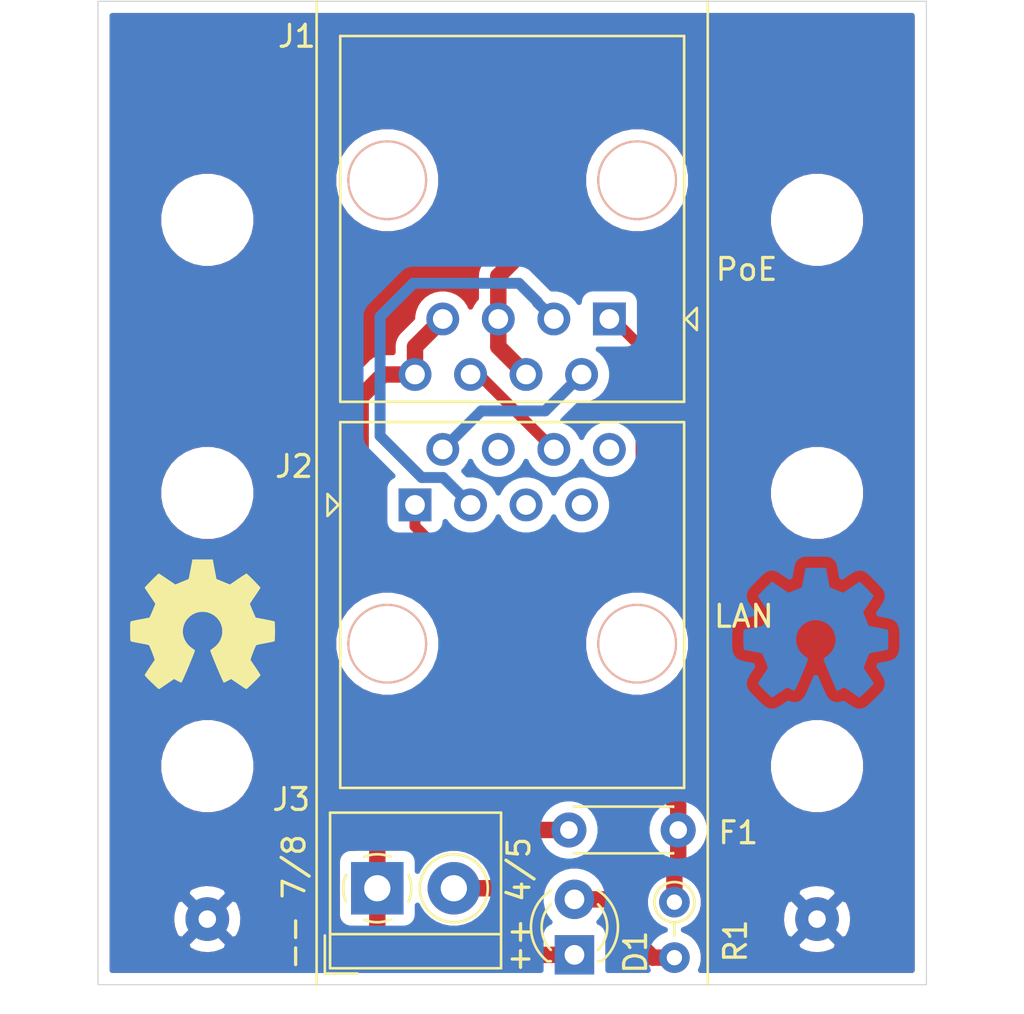
<source format=kicad_pcb>
(kicad_pcb (version 20171130) (host pcbnew 5.1.5+dfsg1-2build2)

  (general
    (thickness 1.6)
    (drawings 10)
    (tracks 64)
    (zones 0)
    (modules 16)
    (nets 14)
  )

  (page A4)
  (title_block
    (title "DIN RAIL POE INJECTOR")
    (company Galopago)
  )

  (layers
    (0 F.Cu signal)
    (31 B.Cu signal)
    (32 B.Adhes user)
    (33 F.Adhes user)
    (34 B.Paste user)
    (35 F.Paste user)
    (36 B.SilkS user)
    (37 F.SilkS user)
    (38 B.Mask user)
    (39 F.Mask user)
    (40 Dwgs.User user)
    (41 Cmts.User user)
    (42 Eco1.User user)
    (43 Eco2.User user)
    (44 Edge.Cuts user)
    (45 Margin user)
    (46 B.CrtYd user)
    (47 F.CrtYd user)
    (48 B.Fab user)
    (49 F.Fab user)
  )

  (setup
    (last_trace_width 0.5)
    (trace_clearance 0.2)
    (zone_clearance 0.508)
    (zone_45_only no)
    (trace_min 0.2)
    (via_size 0.8)
    (via_drill 0.4)
    (via_min_size 0.4)
    (via_min_drill 0.3)
    (uvia_size 0.3)
    (uvia_drill 0.1)
    (uvias_allowed no)
    (uvia_min_size 0.2)
    (uvia_min_drill 0.1)
    (edge_width 0.05)
    (segment_width 0.2)
    (pcb_text_width 0.3)
    (pcb_text_size 1.5 1.5)
    (mod_edge_width 0.12)
    (mod_text_size 1 1)
    (mod_text_width 0.15)
    (pad_size 1.524 1.524)
    (pad_drill 0.762)
    (pad_to_mask_clearance 0.051)
    (solder_mask_min_width 0.25)
    (aux_axis_origin 0 0)
    (visible_elements FFFFFF7F)
    (pcbplotparams
      (layerselection 0x010fc_ffffffff)
      (usegerberextensions false)
      (usegerberattributes false)
      (usegerberadvancedattributes false)
      (creategerberjobfile false)
      (excludeedgelayer true)
      (linewidth 0.100000)
      (plotframeref false)
      (viasonmask false)
      (mode 1)
      (useauxorigin false)
      (hpglpennumber 1)
      (hpglpenspeed 20)
      (hpglpendiameter 15.000000)
      (psnegative false)
      (psa4output false)
      (plotreference true)
      (plotvalue true)
      (plotinvisibletext false)
      (padsonsilk false)
      (subtractmaskfromsilk false)
      (outputformat 1)
      (mirror false)
      (drillshape 0)
      (scaleselection 1)
      (outputdirectory "gerber/single/"))
  )

  (net 0 "")
  (net 1 "Net-(J1-Pad1)")
  (net 2 "Net-(J1-Pad2)")
  (net 3 "Net-(J1-Pad3)")
  (net 4 "Net-(J1-Pad6)")
  (net 5 "Net-(J2-Pad4)")
  (net 6 "Net-(J2-Pad5)")
  (net 7 "Net-(J2-Pad7)")
  (net 8 "Net-(J2-Pad8)")
  (net 9 "Net-(D1-Pad2)")
  (net 10 "Net-(D1-Pad1)")
  (net 11 "Net-(F1-Pad2)")
  (net 12 "Net-(F1-Pad1)")
  (net 13 "Net-(J4-Pad1)")

  (net_class Default "This is the default net class."
    (clearance 0.2)
    (trace_width 0.5)
    (via_dia 0.8)
    (via_drill 0.4)
    (uvia_dia 0.3)
    (uvia_drill 0.1)
    (add_net "Net-(D1-Pad1)")
    (add_net "Net-(D1-Pad2)")
    (add_net "Net-(F1-Pad1)")
    (add_net "Net-(F1-Pad2)")
    (add_net "Net-(J1-Pad1)")
    (add_net "Net-(J1-Pad2)")
    (add_net "Net-(J1-Pad3)")
    (add_net "Net-(J1-Pad6)")
    (add_net "Net-(J2-Pad4)")
    (add_net "Net-(J2-Pad5)")
    (add_net "Net-(J2-Pad7)")
    (add_net "Net-(J2-Pad8)")
    (add_net "Net-(J4-Pad1)")
  )

  (module Symbol:OSHW-Symbol_6.7x6mm_Copper (layer B.Cu) (tedit 0) (tstamp 60EFCCB4)
    (at 132.842 128.905 180)
    (descr "Open Source Hardware Symbol")
    (tags "Logo Symbol OSHW")
    (attr virtual)
    (fp_text reference REF** (at 0 0) (layer B.SilkS) hide
      (effects (font (size 1 1) (thickness 0.15)) (justify mirror))
    )
    (fp_text value OSHW-Symbol_6.7x6mm_Copper (at 0.75 0) (layer B.Fab) hide
      (effects (font (size 1 1) (thickness 0.15)) (justify mirror))
    )
    (fp_poly (pts (xy 0.555814 2.531069) (xy 0.639635 2.086445) (xy 0.94892 1.958947) (xy 1.258206 1.831449)
      (xy 1.629246 2.083754) (xy 1.733157 2.154004) (xy 1.827087 2.216728) (xy 1.906652 2.269062)
      (xy 1.96747 2.308143) (xy 2.005157 2.331107) (xy 2.015421 2.336058) (xy 2.03391 2.323324)
      (xy 2.07342 2.288118) (xy 2.129522 2.234938) (xy 2.197787 2.168282) (xy 2.273786 2.092646)
      (xy 2.353092 2.012528) (xy 2.431275 1.932426) (xy 2.503907 1.856836) (xy 2.566559 1.790255)
      (xy 2.614803 1.737182) (xy 2.64421 1.702113) (xy 2.651241 1.690377) (xy 2.641123 1.66874)
      (xy 2.612759 1.621338) (xy 2.569129 1.552807) (xy 2.513218 1.467785) (xy 2.448006 1.370907)
      (xy 2.410219 1.31565) (xy 2.341343 1.214752) (xy 2.28014 1.123701) (xy 2.229578 1.04703)
      (xy 2.192628 0.989272) (xy 2.172258 0.954957) (xy 2.169197 0.947746) (xy 2.176136 0.927252)
      (xy 2.195051 0.879487) (xy 2.223087 0.811168) (xy 2.257391 0.729011) (xy 2.295109 0.63973)
      (xy 2.333387 0.550042) (xy 2.36937 0.466662) (xy 2.400206 0.396306) (xy 2.423039 0.34569)
      (xy 2.435017 0.321529) (xy 2.435724 0.320578) (xy 2.454531 0.315964) (xy 2.504618 0.305672)
      (xy 2.580793 0.290713) (xy 2.677865 0.272099) (xy 2.790643 0.250841) (xy 2.856442 0.238582)
      (xy 2.97695 0.215638) (xy 3.085797 0.193805) (xy 3.177476 0.174278) (xy 3.246481 0.158252)
      (xy 3.287304 0.146921) (xy 3.295511 0.143326) (xy 3.303548 0.118994) (xy 3.310033 0.064041)
      (xy 3.31497 -0.015108) (xy 3.318364 -0.112026) (xy 3.320218 -0.220287) (xy 3.320538 -0.333465)
      (xy 3.319327 -0.445135) (xy 3.31659 -0.548868) (xy 3.312331 -0.638241) (xy 3.306555 -0.706826)
      (xy 3.299267 -0.748197) (xy 3.294895 -0.75681) (xy 3.268764 -0.767133) (xy 3.213393 -0.781892)
      (xy 3.136107 -0.799352) (xy 3.04423 -0.81778) (xy 3.012158 -0.823741) (xy 2.857524 -0.852066)
      (xy 2.735375 -0.874876) (xy 2.641673 -0.89308) (xy 2.572384 -0.907583) (xy 2.523471 -0.919292)
      (xy 2.490897 -0.929115) (xy 2.470628 -0.937956) (xy 2.458626 -0.946724) (xy 2.456947 -0.948457)
      (xy 2.440184 -0.976371) (xy 2.414614 -1.030695) (xy 2.382788 -1.104777) (xy 2.34726 -1.191965)
      (xy 2.310583 -1.285608) (xy 2.275311 -1.379052) (xy 2.243996 -1.465647) (xy 2.219193 -1.53874)
      (xy 2.203454 -1.591678) (xy 2.199332 -1.617811) (xy 2.199676 -1.618726) (xy 2.213641 -1.640086)
      (xy 2.245322 -1.687084) (xy 2.291391 -1.754827) (xy 2.348518 -1.838423) (xy 2.413373 -1.932982)
      (xy 2.431843 -1.959854) (xy 2.497699 -2.057275) (xy 2.55565 -2.146163) (xy 2.602538 -2.221412)
      (xy 2.635207 -2.27792) (xy 2.6505 -2.310581) (xy 2.651241 -2.314593) (xy 2.638392 -2.335684)
      (xy 2.602888 -2.377464) (xy 2.549293 -2.435445) (xy 2.482171 -2.505135) (xy 2.406087 -2.582045)
      (xy 2.325604 -2.661683) (xy 2.245287 -2.739561) (xy 2.169699 -2.811186) (xy 2.103405 -2.87207)
      (xy 2.050969 -2.917721) (xy 2.016955 -2.94365) (xy 2.007545 -2.947883) (xy 1.985643 -2.937912)
      (xy 1.9408 -2.91102) (xy 1.880321 -2.871736) (xy 1.833789 -2.840117) (xy 1.749475 -2.782098)
      (xy 1.649626 -2.713784) (xy 1.549473 -2.645579) (xy 1.495627 -2.609075) (xy 1.313371 -2.4858)
      (xy 1.160381 -2.56852) (xy 1.090682 -2.604759) (xy 1.031414 -2.632926) (xy 0.991311 -2.648991)
      (xy 0.981103 -2.651226) (xy 0.968829 -2.634722) (xy 0.944613 -2.588082) (xy 0.910263 -2.515609)
      (xy 0.867588 -2.421606) (xy 0.818394 -2.310374) (xy 0.76449 -2.186215) (xy 0.707684 -2.053432)
      (xy 0.649782 -1.916327) (xy 0.592593 -1.779202) (xy 0.537924 -1.646358) (xy 0.487584 -1.522098)
      (xy 0.44338 -1.410725) (xy 0.407119 -1.316539) (xy 0.380609 -1.243844) (xy 0.365658 -1.196941)
      (xy 0.363254 -1.180833) (xy 0.382311 -1.160286) (xy 0.424036 -1.126933) (xy 0.479706 -1.087702)
      (xy 0.484378 -1.084599) (xy 0.628264 -0.969423) (xy 0.744283 -0.835053) (xy 0.83143 -0.685784)
      (xy 0.888699 -0.525913) (xy 0.915086 -0.359737) (xy 0.909585 -0.191552) (xy 0.87119 -0.025655)
      (xy 0.798895 0.133658) (xy 0.777626 0.168513) (xy 0.666996 0.309263) (xy 0.536302 0.422286)
      (xy 0.390064 0.506997) (xy 0.232808 0.562806) (xy 0.069057 0.589126) (xy -0.096667 0.58537)
      (xy -0.259838 0.55095) (xy -0.415935 0.485277) (xy -0.560433 0.387765) (xy -0.605131 0.348187)
      (xy -0.718888 0.224297) (xy -0.801782 0.093876) (xy -0.858644 -0.052315) (xy -0.890313 -0.197088)
      (xy -0.898131 -0.35986) (xy -0.872062 -0.52344) (xy -0.814755 -0.682298) (xy -0.728856 -0.830906)
      (xy -0.617014 -0.963735) (xy -0.481877 -1.075256) (xy -0.464117 -1.087011) (xy -0.40785 -1.125508)
      (xy -0.365077 -1.158863) (xy -0.344628 -1.18016) (xy -0.344331 -1.180833) (xy -0.348721 -1.203871)
      (xy -0.366124 -1.256157) (xy -0.394732 -1.33339) (xy -0.432735 -1.431268) (xy -0.478326 -1.545491)
      (xy -0.529697 -1.671758) (xy -0.585038 -1.805767) (xy -0.642542 -1.943218) (xy -0.700399 -2.079808)
      (xy -0.756802 -2.211237) (xy -0.809942 -2.333205) (xy -0.85801 -2.441409) (xy -0.899199 -2.531549)
      (xy -0.931699 -2.599323) (xy -0.953703 -2.64043) (xy -0.962564 -2.651226) (xy -0.98964 -2.642819)
      (xy -1.040303 -2.620272) (xy -1.105817 -2.587613) (xy -1.141841 -2.56852) (xy -1.294832 -2.4858)
      (xy -1.477088 -2.609075) (xy -1.570125 -2.672228) (xy -1.671985 -2.741727) (xy -1.767438 -2.807165)
      (xy -1.81525 -2.840117) (xy -1.882495 -2.885273) (xy -1.939436 -2.921057) (xy -1.978646 -2.942938)
      (xy -1.991381 -2.947563) (xy -2.009917 -2.935085) (xy -2.050941 -2.900252) (xy -2.110475 -2.846678)
      (xy -2.184542 -2.777983) (xy -2.269165 -2.697781) (xy -2.322685 -2.646286) (xy -2.416319 -2.554286)
      (xy -2.497241 -2.471999) (xy -2.562177 -2.402945) (xy -2.607858 -2.350644) (xy -2.631011 -2.318616)
      (xy -2.633232 -2.312116) (xy -2.622924 -2.287394) (xy -2.594439 -2.237405) (xy -2.550937 -2.167212)
      (xy -2.495577 -2.081875) (xy -2.43152 -1.986456) (xy -2.413303 -1.959854) (xy -2.346927 -1.863167)
      (xy -2.287378 -1.776117) (xy -2.237984 -1.703595) (xy -2.202075 -1.650493) (xy -2.182981 -1.621703)
      (xy -2.181136 -1.618726) (xy -2.183895 -1.595782) (xy -2.198538 -1.545336) (xy -2.222513 -1.474041)
      (xy -2.253266 -1.388547) (xy -2.288244 -1.295507) (xy -2.324893 -1.201574) (xy -2.360661 -1.113399)
      (xy -2.392994 -1.037634) (xy -2.419338 -0.980931) (xy -2.437142 -0.949943) (xy -2.438407 -0.948457)
      (xy -2.449294 -0.939601) (xy -2.467682 -0.930843) (xy -2.497606 -0.921277) (xy -2.543103 -0.909996)
      (xy -2.608209 -0.896093) (xy -2.696961 -0.878663) (xy -2.813393 -0.856798) (xy -2.961542 -0.829591)
      (xy -2.993618 -0.823741) (xy -3.088686 -0.805374) (xy -3.171565 -0.787405) (xy -3.23493 -0.771569)
      (xy -3.271458 -0.7596) (xy -3.276356 -0.75681) (xy -3.284427 -0.732072) (xy -3.290987 -0.67679)
      (xy -3.296033 -0.597389) (xy -3.299559 -0.500296) (xy -3.301561 -0.391938) (xy -3.302036 -0.27874)
      (xy -3.300977 -0.167128) (xy -3.298382 -0.063529) (xy -3.294246 0.025632) (xy -3.288563 0.093928)
      (xy -3.281331 0.134934) (xy -3.276971 0.143326) (xy -3.252698 0.151792) (xy -3.197426 0.165565)
      (xy -3.116662 0.18345) (xy -3.015912 0.204252) (xy -2.900683 0.226777) (xy -2.837902 0.238582)
      (xy -2.718787 0.260849) (xy -2.612565 0.281021) (xy -2.524427 0.298085) (xy -2.459566 0.311031)
      (xy -2.423174 0.318845) (xy -2.417184 0.320578) (xy -2.407061 0.34011) (xy -2.385662 0.387157)
      (xy -2.355839 0.454997) (xy -2.320445 0.536909) (xy -2.282332 0.626172) (xy -2.244353 0.716065)
      (xy -2.20936 0.799865) (xy -2.180206 0.870853) (xy -2.159743 0.922306) (xy -2.150823 0.947503)
      (xy -2.150657 0.948604) (xy -2.160769 0.968481) (xy -2.189117 1.014223) (xy -2.232723 1.081283)
      (xy -2.288606 1.165116) (xy -2.353787 1.261174) (xy -2.391679 1.31635) (xy -2.460725 1.417519)
      (xy -2.52205 1.50937) (xy -2.572663 1.587256) (xy -2.609571 1.646531) (xy -2.629782 1.682549)
      (xy -2.632701 1.690623) (xy -2.620153 1.709416) (xy -2.585463 1.749543) (xy -2.533063 1.806507)
      (xy -2.467384 1.875815) (xy -2.392856 1.952969) (xy -2.313913 2.033475) (xy -2.234983 2.112837)
      (xy -2.1605 2.18656) (xy -2.094894 2.250148) (xy -2.042596 2.299106) (xy -2.008039 2.328939)
      (xy -1.996478 2.336058) (xy -1.977654 2.326047) (xy -1.932631 2.297922) (xy -1.865787 2.254546)
      (xy -1.781499 2.198782) (xy -1.684144 2.133494) (xy -1.610707 2.083754) (xy -1.239667 1.831449)
      (xy -0.621095 2.086445) (xy -0.537275 2.531069) (xy -0.453454 2.975693) (xy 0.471994 2.975693)
      (xy 0.555814 2.531069)) (layer B.Cu) (width 0.01))
  )

  (module Symbol:OSHW-Symbol_6.7x6mm_SilkScreen (layer F.Cu) (tedit 0) (tstamp 60EFCBE1)
    (at 104.775 128.524)
    (descr "Open Source Hardware Symbol")
    (tags "Logo Symbol OSHW")
    (attr virtual)
    (fp_text reference REF** (at 0 0) (layer F.SilkS) hide
      (effects (font (size 1 1) (thickness 0.15)))
    )
    (fp_text value OSHW-Symbol_6.7x6mm_SilkScreen (at 0.75 0) (layer F.Fab) hide
      (effects (font (size 1 1) (thickness 0.15)))
    )
    (fp_poly (pts (xy 0.555814 -2.531069) (xy 0.639635 -2.086445) (xy 0.94892 -1.958947) (xy 1.258206 -1.831449)
      (xy 1.629246 -2.083754) (xy 1.733157 -2.154004) (xy 1.827087 -2.216728) (xy 1.906652 -2.269062)
      (xy 1.96747 -2.308143) (xy 2.005157 -2.331107) (xy 2.015421 -2.336058) (xy 2.03391 -2.323324)
      (xy 2.07342 -2.288118) (xy 2.129522 -2.234938) (xy 2.197787 -2.168282) (xy 2.273786 -2.092646)
      (xy 2.353092 -2.012528) (xy 2.431275 -1.932426) (xy 2.503907 -1.856836) (xy 2.566559 -1.790255)
      (xy 2.614803 -1.737182) (xy 2.64421 -1.702113) (xy 2.651241 -1.690377) (xy 2.641123 -1.66874)
      (xy 2.612759 -1.621338) (xy 2.569129 -1.552807) (xy 2.513218 -1.467785) (xy 2.448006 -1.370907)
      (xy 2.410219 -1.31565) (xy 2.341343 -1.214752) (xy 2.28014 -1.123701) (xy 2.229578 -1.04703)
      (xy 2.192628 -0.989272) (xy 2.172258 -0.954957) (xy 2.169197 -0.947746) (xy 2.176136 -0.927252)
      (xy 2.195051 -0.879487) (xy 2.223087 -0.811168) (xy 2.257391 -0.729011) (xy 2.295109 -0.63973)
      (xy 2.333387 -0.550042) (xy 2.36937 -0.466662) (xy 2.400206 -0.396306) (xy 2.423039 -0.34569)
      (xy 2.435017 -0.321529) (xy 2.435724 -0.320578) (xy 2.454531 -0.315964) (xy 2.504618 -0.305672)
      (xy 2.580793 -0.290713) (xy 2.677865 -0.272099) (xy 2.790643 -0.250841) (xy 2.856442 -0.238582)
      (xy 2.97695 -0.215638) (xy 3.085797 -0.193805) (xy 3.177476 -0.174278) (xy 3.246481 -0.158252)
      (xy 3.287304 -0.146921) (xy 3.295511 -0.143326) (xy 3.303548 -0.118994) (xy 3.310033 -0.064041)
      (xy 3.31497 0.015108) (xy 3.318364 0.112026) (xy 3.320218 0.220287) (xy 3.320538 0.333465)
      (xy 3.319327 0.445135) (xy 3.31659 0.548868) (xy 3.312331 0.638241) (xy 3.306555 0.706826)
      (xy 3.299267 0.748197) (xy 3.294895 0.75681) (xy 3.268764 0.767133) (xy 3.213393 0.781892)
      (xy 3.136107 0.799352) (xy 3.04423 0.81778) (xy 3.012158 0.823741) (xy 2.857524 0.852066)
      (xy 2.735375 0.874876) (xy 2.641673 0.89308) (xy 2.572384 0.907583) (xy 2.523471 0.919292)
      (xy 2.490897 0.929115) (xy 2.470628 0.937956) (xy 2.458626 0.946724) (xy 2.456947 0.948457)
      (xy 2.440184 0.976371) (xy 2.414614 1.030695) (xy 2.382788 1.104777) (xy 2.34726 1.191965)
      (xy 2.310583 1.285608) (xy 2.275311 1.379052) (xy 2.243996 1.465647) (xy 2.219193 1.53874)
      (xy 2.203454 1.591678) (xy 2.199332 1.617811) (xy 2.199676 1.618726) (xy 2.213641 1.640086)
      (xy 2.245322 1.687084) (xy 2.291391 1.754827) (xy 2.348518 1.838423) (xy 2.413373 1.932982)
      (xy 2.431843 1.959854) (xy 2.497699 2.057275) (xy 2.55565 2.146163) (xy 2.602538 2.221412)
      (xy 2.635207 2.27792) (xy 2.6505 2.310581) (xy 2.651241 2.314593) (xy 2.638392 2.335684)
      (xy 2.602888 2.377464) (xy 2.549293 2.435445) (xy 2.482171 2.505135) (xy 2.406087 2.582045)
      (xy 2.325604 2.661683) (xy 2.245287 2.739561) (xy 2.169699 2.811186) (xy 2.103405 2.87207)
      (xy 2.050969 2.917721) (xy 2.016955 2.94365) (xy 2.007545 2.947883) (xy 1.985643 2.937912)
      (xy 1.9408 2.91102) (xy 1.880321 2.871736) (xy 1.833789 2.840117) (xy 1.749475 2.782098)
      (xy 1.649626 2.713784) (xy 1.549473 2.645579) (xy 1.495627 2.609075) (xy 1.313371 2.4858)
      (xy 1.160381 2.56852) (xy 1.090682 2.604759) (xy 1.031414 2.632926) (xy 0.991311 2.648991)
      (xy 0.981103 2.651226) (xy 0.968829 2.634722) (xy 0.944613 2.588082) (xy 0.910263 2.515609)
      (xy 0.867588 2.421606) (xy 0.818394 2.310374) (xy 0.76449 2.186215) (xy 0.707684 2.053432)
      (xy 0.649782 1.916327) (xy 0.592593 1.779202) (xy 0.537924 1.646358) (xy 0.487584 1.522098)
      (xy 0.44338 1.410725) (xy 0.407119 1.316539) (xy 0.380609 1.243844) (xy 0.365658 1.196941)
      (xy 0.363254 1.180833) (xy 0.382311 1.160286) (xy 0.424036 1.126933) (xy 0.479706 1.087702)
      (xy 0.484378 1.084599) (xy 0.628264 0.969423) (xy 0.744283 0.835053) (xy 0.83143 0.685784)
      (xy 0.888699 0.525913) (xy 0.915086 0.359737) (xy 0.909585 0.191552) (xy 0.87119 0.025655)
      (xy 0.798895 -0.133658) (xy 0.777626 -0.168513) (xy 0.666996 -0.309263) (xy 0.536302 -0.422286)
      (xy 0.390064 -0.506997) (xy 0.232808 -0.562806) (xy 0.069057 -0.589126) (xy -0.096667 -0.58537)
      (xy -0.259838 -0.55095) (xy -0.415935 -0.485277) (xy -0.560433 -0.387765) (xy -0.605131 -0.348187)
      (xy -0.718888 -0.224297) (xy -0.801782 -0.093876) (xy -0.858644 0.052315) (xy -0.890313 0.197088)
      (xy -0.898131 0.35986) (xy -0.872062 0.52344) (xy -0.814755 0.682298) (xy -0.728856 0.830906)
      (xy -0.617014 0.963735) (xy -0.481877 1.075256) (xy -0.464117 1.087011) (xy -0.40785 1.125508)
      (xy -0.365077 1.158863) (xy -0.344628 1.18016) (xy -0.344331 1.180833) (xy -0.348721 1.203871)
      (xy -0.366124 1.256157) (xy -0.394732 1.33339) (xy -0.432735 1.431268) (xy -0.478326 1.545491)
      (xy -0.529697 1.671758) (xy -0.585038 1.805767) (xy -0.642542 1.943218) (xy -0.700399 2.079808)
      (xy -0.756802 2.211237) (xy -0.809942 2.333205) (xy -0.85801 2.441409) (xy -0.899199 2.531549)
      (xy -0.931699 2.599323) (xy -0.953703 2.64043) (xy -0.962564 2.651226) (xy -0.98964 2.642819)
      (xy -1.040303 2.620272) (xy -1.105817 2.587613) (xy -1.141841 2.56852) (xy -1.294832 2.4858)
      (xy -1.477088 2.609075) (xy -1.570125 2.672228) (xy -1.671985 2.741727) (xy -1.767438 2.807165)
      (xy -1.81525 2.840117) (xy -1.882495 2.885273) (xy -1.939436 2.921057) (xy -1.978646 2.942938)
      (xy -1.991381 2.947563) (xy -2.009917 2.935085) (xy -2.050941 2.900252) (xy -2.110475 2.846678)
      (xy -2.184542 2.777983) (xy -2.269165 2.697781) (xy -2.322685 2.646286) (xy -2.416319 2.554286)
      (xy -2.497241 2.471999) (xy -2.562177 2.402945) (xy -2.607858 2.350644) (xy -2.631011 2.318616)
      (xy -2.633232 2.312116) (xy -2.622924 2.287394) (xy -2.594439 2.237405) (xy -2.550937 2.167212)
      (xy -2.495577 2.081875) (xy -2.43152 1.986456) (xy -2.413303 1.959854) (xy -2.346927 1.863167)
      (xy -2.287378 1.776117) (xy -2.237984 1.703595) (xy -2.202075 1.650493) (xy -2.182981 1.621703)
      (xy -2.181136 1.618726) (xy -2.183895 1.595782) (xy -2.198538 1.545336) (xy -2.222513 1.474041)
      (xy -2.253266 1.388547) (xy -2.288244 1.295507) (xy -2.324893 1.201574) (xy -2.360661 1.113399)
      (xy -2.392994 1.037634) (xy -2.419338 0.980931) (xy -2.437142 0.949943) (xy -2.438407 0.948457)
      (xy -2.449294 0.939601) (xy -2.467682 0.930843) (xy -2.497606 0.921277) (xy -2.543103 0.909996)
      (xy -2.608209 0.896093) (xy -2.696961 0.878663) (xy -2.813393 0.856798) (xy -2.961542 0.829591)
      (xy -2.993618 0.823741) (xy -3.088686 0.805374) (xy -3.171565 0.787405) (xy -3.23493 0.771569)
      (xy -3.271458 0.7596) (xy -3.276356 0.75681) (xy -3.284427 0.732072) (xy -3.290987 0.67679)
      (xy -3.296033 0.597389) (xy -3.299559 0.500296) (xy -3.301561 0.391938) (xy -3.302036 0.27874)
      (xy -3.300977 0.167128) (xy -3.298382 0.063529) (xy -3.294246 -0.025632) (xy -3.288563 -0.093928)
      (xy -3.281331 -0.134934) (xy -3.276971 -0.143326) (xy -3.252698 -0.151792) (xy -3.197426 -0.165565)
      (xy -3.116662 -0.18345) (xy -3.015912 -0.204252) (xy -2.900683 -0.226777) (xy -2.837902 -0.238582)
      (xy -2.718787 -0.260849) (xy -2.612565 -0.281021) (xy -2.524427 -0.298085) (xy -2.459566 -0.311031)
      (xy -2.423174 -0.318845) (xy -2.417184 -0.320578) (xy -2.407061 -0.34011) (xy -2.385662 -0.387157)
      (xy -2.355839 -0.454997) (xy -2.320445 -0.536909) (xy -2.282332 -0.626172) (xy -2.244353 -0.716065)
      (xy -2.20936 -0.799865) (xy -2.180206 -0.870853) (xy -2.159743 -0.922306) (xy -2.150823 -0.947503)
      (xy -2.150657 -0.948604) (xy -2.160769 -0.968481) (xy -2.189117 -1.014223) (xy -2.232723 -1.081283)
      (xy -2.288606 -1.165116) (xy -2.353787 -1.261174) (xy -2.391679 -1.31635) (xy -2.460725 -1.417519)
      (xy -2.52205 -1.50937) (xy -2.572663 -1.587256) (xy -2.609571 -1.646531) (xy -2.629782 -1.682549)
      (xy -2.632701 -1.690623) (xy -2.620153 -1.709416) (xy -2.585463 -1.749543) (xy -2.533063 -1.806507)
      (xy -2.467384 -1.875815) (xy -2.392856 -1.952969) (xy -2.313913 -2.033475) (xy -2.234983 -2.112837)
      (xy -2.1605 -2.18656) (xy -2.094894 -2.250148) (xy -2.042596 -2.299106) (xy -2.008039 -2.328939)
      (xy -1.996478 -2.336058) (xy -1.977654 -2.326047) (xy -1.932631 -2.297922) (xy -1.865787 -2.254546)
      (xy -1.781499 -2.198782) (xy -1.684144 -2.133494) (xy -1.610707 -2.083754) (xy -1.239667 -1.831449)
      (xy -0.621095 -2.086445) (xy -0.537275 -2.531069) (xy -0.453454 -2.975693) (xy 0.471994 -2.975693)
      (xy 0.555814 -2.531069)) (layer F.SilkS) (width 0.01))
  )

  (module Connector_Wire:SolderWirePad_1x01_Drill0.8mm (layer F.Cu) (tedit 5A2676A0) (tstamp 60EFBC4D)
    (at 132.89 142)
    (descr "Wire solder connection")
    (tags connector)
    (path /60EFD8A2)
    (attr virtual)
    (fp_text reference J5 (at 0 -2.54) (layer F.SilkS) hide
      (effects (font (size 1 1) (thickness 0.15)))
    )
    (fp_text value Conn_01x01_Male (at 0 2.54) (layer F.Fab)
      (effects (font (size 1 1) (thickness 0.15)))
    )
    (fp_line (start 1.5 1.5) (end -1.5 1.5) (layer F.CrtYd) (width 0.05))
    (fp_line (start 1.5 1.5) (end 1.5 -1.5) (layer F.CrtYd) (width 0.05))
    (fp_line (start -1.5 -1.5) (end -1.5 1.5) (layer F.CrtYd) (width 0.05))
    (fp_line (start -1.5 -1.5) (end 1.5 -1.5) (layer F.CrtYd) (width 0.05))
    (fp_text user %R (at 0 0) (layer F.Fab)
      (effects (font (size 1 1) (thickness 0.15)))
    )
    (pad 1 thru_hole circle (at 0 0) (size 1.99898 1.99898) (drill 0.8001) (layers *.Cu *.Mask)
      (net 13 "Net-(J4-Pad1)"))
  )

  (module Connector_Wire:SolderWirePad_1x01_Drill0.8mm (layer F.Cu) (tedit 5A2676A0) (tstamp 60EFBC43)
    (at 105 142)
    (descr "Wire solder connection")
    (tags connector)
    (path /60EFD211)
    (attr virtual)
    (fp_text reference J4 (at 0 -2.54) (layer F.SilkS) hide
      (effects (font (size 1 1) (thickness 0.15)))
    )
    (fp_text value Conn_01x01_Male (at 0 2.54) (layer F.Fab)
      (effects (font (size 1 1) (thickness 0.15)))
    )
    (fp_line (start 1.5 1.5) (end -1.5 1.5) (layer F.CrtYd) (width 0.05))
    (fp_line (start 1.5 1.5) (end 1.5 -1.5) (layer F.CrtYd) (width 0.05))
    (fp_line (start -1.5 -1.5) (end -1.5 1.5) (layer F.CrtYd) (width 0.05))
    (fp_line (start -1.5 -1.5) (end 1.5 -1.5) (layer F.CrtYd) (width 0.05))
    (fp_text user %R (at 0 0) (layer F.Fab)
      (effects (font (size 1 1) (thickness 0.15)))
    )
    (pad 1 thru_hole circle (at 0 0) (size 1.99898 1.99898) (drill 0.8001) (layers *.Cu *.Mask)
      (net 13 "Net-(J4-Pad1)"))
  )

  (module Connector_RJ:RJ45_OST_PJ012-8P8CX_Vertical (layer F.Cu) (tedit 5C214F77) (tstamp 60EF435E)
    (at 114.5 123.047)
    (descr "RJ45 vertical connector http://www.on-shore.com/wp-content/uploads/2015/09/PJ012-8P8CX.pdf")
    (tags "RJ45 PJ012")
    (path /60EE6923)
    (fp_text reference J2 (at -5.534 -1.762) (layer F.SilkS)
      (effects (font (size 1 1) (thickness 0.15)))
    )
    (fp_text value RJ45 (at 4.59 2.54) (layer F.Fab)
      (effects (font (size 1 1) (thickness 0.15)))
    )
    (fp_line (start -4 0.5) (end -3.5 0) (layer F.Fab) (width 0.12))
    (fp_line (start -4 -0.5) (end -4 0.5) (layer F.Fab) (width 0.12))
    (fp_line (start -3.5 0) (end -4 -0.5) (layer F.Fab) (width 0.12))
    (fp_line (start -4 0.5) (end -3.5 0) (layer F.SilkS) (width 0.12))
    (fp_line (start -4 -0.5) (end -4 0.5) (layer F.SilkS) (width 0.12))
    (fp_line (start -3.5 0) (end -4 -0.5) (layer F.SilkS) (width 0.12))
    (fp_line (start 12.3 -3.79) (end -3.42 -3.79) (layer F.SilkS) (width 0.12))
    (fp_line (start -3.42 -3.79) (end -3.42 12.95) (layer F.SilkS) (width 0.12))
    (fp_line (start -3.8 -4.17) (end 12.69 -4.17) (layer F.CrtYd) (width 0.05))
    (fp_line (start -3.8 -4.17) (end -3.8 13.33) (layer F.CrtYd) (width 0.05))
    (fp_line (start 12.31 -3.79) (end 12.31 12.95) (layer F.SilkS) (width 0.12))
    (fp_line (start 12.31 12.95) (end -3.42 12.95) (layer F.SilkS) (width 0.12))
    (fp_line (start 12.69 -4.17) (end 12.69 13.33) (layer F.CrtYd) (width 0.05))
    (fp_line (start -3.8 13.33) (end 12.69 13.33) (layer F.CrtYd) (width 0.05))
    (fp_text user %R (at 4.7 6.35) (layer F.Fab)
      (effects (font (size 1 1) (thickness 0.15)))
    )
    (fp_line (start 12.195 -3.67) (end -3.305 -3.67) (layer F.Fab) (width 0.1))
    (fp_line (start 12.195 -3.67) (end 12.195 12.83) (layer F.Fab) (width 0.1))
    (fp_line (start 12.195 12.83) (end -3.305 12.83) (layer F.Fab) (width 0.1))
    (fp_line (start -3.305 -3.67) (end -3.305 12.83) (layer F.Fab) (width 0.1))
    (pad "" np_thru_hole circle (at 10.16 6.35) (size 3.65 3.65) (drill 3.45) (layers *.Cu *.SilkS *.Mask))
    (pad "" np_thru_hole circle (at -1.27 6.35) (size 3.65 3.65) (drill 3.45) (layers *.Cu *.SilkS *.Mask))
    (pad 1 thru_hole rect (at 0 0) (size 1.5 1.5) (drill 0.9) (layers *.Cu *.Mask)
      (net 1 "Net-(J1-Pad1)"))
    (pad 2 thru_hole circle (at 1.27 -2.54) (size 1.5 1.5) (drill 0.9) (layers *.Cu *.Mask)
      (net 2 "Net-(J1-Pad2)"))
    (pad 3 thru_hole circle (at 2.54 0) (size 1.5 1.5) (drill 0.9) (layers *.Cu *.Mask)
      (net 3 "Net-(J1-Pad3)"))
    (pad 4 thru_hole circle (at 3.81 -2.54) (size 1.5 1.5) (drill 0.9) (layers *.Cu *.Mask)
      (net 5 "Net-(J2-Pad4)"))
    (pad 5 thru_hole circle (at 5.08 0) (size 1.5 1.5) (drill 0.9) (layers *.Cu *.Mask)
      (net 6 "Net-(J2-Pad5)"))
    (pad 6 thru_hole circle (at 6.35 -2.54) (size 1.5 1.5) (drill 0.9) (layers *.Cu *.Mask)
      (net 4 "Net-(J1-Pad6)"))
    (pad 7 thru_hole circle (at 7.62 0) (size 1.5 1.5) (drill 0.9) (layers *.Cu *.Mask)
      (net 7 "Net-(J2-Pad7)"))
    (pad 8 thru_hole circle (at 8.89 -2.54) (size 1.5 1.5) (drill 0.9) (layers *.Cu *.Mask)
      (net 8 "Net-(J2-Pad8)"))
    (model ${KISYS3DMOD}/Connector_RJ.3dshapes/RJ45_OST_PJ012-8P8CX_Vertical.wrl
      (at (xyz 0 0 0))
      (scale (xyz 1 1 1))
      (rotate (xyz 0 0 0))
    )
  )

  (module Capacitor_THT:C_Disc_D4.3mm_W1.9mm_P5.00mm (layer F.Cu) (tedit 5AE50EF0) (tstamp 60EF42B8)
    (at 121.539 137.922)
    (descr "C, Disc series, Radial, pin pitch=5.00mm, , diameter*width=4.3*1.9mm^2, Capacitor, http://www.vishay.com/docs/45233/krseries.pdf")
    (tags "C Disc series Radial pin pitch 5.00mm  diameter 4.3mm width 1.9mm Capacitor")
    (path /60F064C4)
    (fp_text reference F1 (at 7.747 0.127) (layer F.SilkS)
      (effects (font (size 1 1) (thickness 0.15)))
    )
    (fp_text value Polyfuse_Small (at 2.5 2.2) (layer F.Fab)
      (effects (font (size 1 1) (thickness 0.15)))
    )
    (fp_text user %R (at 2.5 0) (layer F.Fab)
      (effects (font (size 0.86 0.86) (thickness 0.129)))
    )
    (fp_line (start 6.05 -1.2) (end -1.05 -1.2) (layer F.CrtYd) (width 0.05))
    (fp_line (start 6.05 1.2) (end 6.05 -1.2) (layer F.CrtYd) (width 0.05))
    (fp_line (start -1.05 1.2) (end 6.05 1.2) (layer F.CrtYd) (width 0.05))
    (fp_line (start -1.05 -1.2) (end -1.05 1.2) (layer F.CrtYd) (width 0.05))
    (fp_line (start 4.77 1.055) (end 4.77 1.07) (layer F.SilkS) (width 0.12))
    (fp_line (start 4.77 -1.07) (end 4.77 -1.055) (layer F.SilkS) (width 0.12))
    (fp_line (start 0.23 1.055) (end 0.23 1.07) (layer F.SilkS) (width 0.12))
    (fp_line (start 0.23 -1.07) (end 0.23 -1.055) (layer F.SilkS) (width 0.12))
    (fp_line (start 0.23 1.07) (end 4.77 1.07) (layer F.SilkS) (width 0.12))
    (fp_line (start 0.23 -1.07) (end 4.77 -1.07) (layer F.SilkS) (width 0.12))
    (fp_line (start 4.65 -0.95) (end 0.35 -0.95) (layer F.Fab) (width 0.1))
    (fp_line (start 4.65 0.95) (end 4.65 -0.95) (layer F.Fab) (width 0.1))
    (fp_line (start 0.35 0.95) (end 4.65 0.95) (layer F.Fab) (width 0.1))
    (fp_line (start 0.35 -0.95) (end 0.35 0.95) (layer F.Fab) (width 0.1))
    (pad 2 thru_hole circle (at 5 0) (size 1.6 1.6) (drill 0.8) (layers *.Cu *.Mask)
      (net 11 "Net-(F1-Pad2)"))
    (pad 1 thru_hole circle (at 0 0) (size 1.6 1.6) (drill 0.8) (layers *.Cu *.Mask)
      (net 12 "Net-(F1-Pad1)"))
    (model ${KISYS3DMOD}/Capacitor_THT.3dshapes/C_Disc_D4.3mm_W1.9mm_P5.00mm.wrl
      (at (xyz 0 0 0))
      (scale (xyz 1 1 1))
      (rotate (xyz 0 0 0))
    )
  )

  (module Resistor_THT:R_Axial_DIN0204_L3.6mm_D1.6mm_P2.54mm_Vertical (layer F.Cu) (tedit 5AE5139B) (tstamp 60EF38C5)
    (at 126.365 141.224 270)
    (descr "Resistor, Axial_DIN0204 series, Axial, Vertical, pin pitch=2.54mm, 0.167W, length*diameter=3.6*1.6mm^2, http://cdn-reichelt.de/documents/datenblatt/B400/1_4W%23YAG.pdf")
    (tags "Resistor Axial_DIN0204 series Axial Vertical pin pitch 2.54mm 0.167W length 3.6mm diameter 1.6mm")
    (path /60EFAC5C)
    (fp_text reference R1 (at 1.778 -2.794 90) (layer F.SilkS)
      (effects (font (size 1 1) (thickness 0.15)))
    )
    (fp_text value R (at 1.27 1.92 90) (layer F.Fab)
      (effects (font (size 1 1) (thickness 0.15)))
    )
    (fp_text user %R (at 1.27 -2.413 90) (layer F.Fab)
      (effects (font (size 1 1) (thickness 0.15)))
    )
    (fp_line (start 3.49 -1.05) (end -1.05 -1.05) (layer F.CrtYd) (width 0.05))
    (fp_line (start 3.49 1.05) (end 3.49 -1.05) (layer F.CrtYd) (width 0.05))
    (fp_line (start -1.05 1.05) (end 3.49 1.05) (layer F.CrtYd) (width 0.05))
    (fp_line (start -1.05 -1.05) (end -1.05 1.05) (layer F.CrtYd) (width 0.05))
    (fp_line (start 0.92 0) (end 1.54 0) (layer F.SilkS) (width 0.12))
    (fp_line (start 0 0) (end 2.54 0) (layer F.Fab) (width 0.1))
    (fp_circle (center 0 0) (end 0.92 0) (layer F.SilkS) (width 0.12))
    (fp_circle (center 0 0) (end 0.8 0) (layer F.Fab) (width 0.1))
    (pad 2 thru_hole oval (at 2.54 0 270) (size 1.4 1.4) (drill 0.7) (layers *.Cu *.Mask)
      (net 9 "Net-(D1-Pad2)"))
    (pad 1 thru_hole circle (at 0 0 270) (size 1.4 1.4) (drill 0.7) (layers *.Cu *.Mask)
      (net 11 "Net-(F1-Pad2)"))
    (model ${KISYS3DMOD}/Resistor_THT.3dshapes/R_Axial_DIN0204_L3.6mm_D1.6mm_P2.54mm_Vertical.wrl
      (at (xyz 0 0 0))
      (scale (xyz 1 1 1))
      (rotate (xyz 0 0 0))
    )
  )

  (module LED_THT:LED_D3.0mm (layer F.Cu) (tedit 587A3A7B) (tstamp 60EF37C8)
    (at 121.793 143.637 90)
    (descr "LED, diameter 3.0mm, 2 pins")
    (tags "LED diameter 3.0mm 2 pins")
    (path /60EFB389)
    (fp_text reference D1 (at 0.127 2.794 90) (layer F.SilkS)
      (effects (font (size 1 1) (thickness 0.15)))
    )
    (fp_text value LED_Small (at 1.27 2.96 90) (layer F.Fab)
      (effects (font (size 1 1) (thickness 0.15)))
    )
    (fp_line (start 3.7 -2.25) (end -1.15 -2.25) (layer F.CrtYd) (width 0.05))
    (fp_line (start 3.7 2.25) (end 3.7 -2.25) (layer F.CrtYd) (width 0.05))
    (fp_line (start -1.15 2.25) (end 3.7 2.25) (layer F.CrtYd) (width 0.05))
    (fp_line (start -1.15 -2.25) (end -1.15 2.25) (layer F.CrtYd) (width 0.05))
    (fp_line (start -0.29 1.08) (end -0.29 1.236) (layer F.SilkS) (width 0.12))
    (fp_line (start -0.29 -1.236) (end -0.29 -1.08) (layer F.SilkS) (width 0.12))
    (fp_line (start -0.23 -1.16619) (end -0.23 1.16619) (layer F.Fab) (width 0.1))
    (fp_circle (center 1.27 0) (end 2.77 0) (layer F.Fab) (width 0.1))
    (fp_arc (start 1.27 0) (end 0.229039 1.08) (angle -87.9) (layer F.SilkS) (width 0.12))
    (fp_arc (start 1.27 0) (end 0.229039 -1.08) (angle 87.9) (layer F.SilkS) (width 0.12))
    (fp_arc (start 1.27 0) (end -0.29 1.235516) (angle -108.8) (layer F.SilkS) (width 0.12))
    (fp_arc (start 1.27 0) (end -0.29 -1.235516) (angle 108.8) (layer F.SilkS) (width 0.12))
    (fp_arc (start 1.27 0) (end -0.23 -1.16619) (angle 284.3) (layer F.Fab) (width 0.1))
    (pad 2 thru_hole circle (at 2.54 0 90) (size 1.8 1.8) (drill 0.9) (layers *.Cu *.Mask)
      (net 9 "Net-(D1-Pad2)"))
    (pad 1 thru_hole rect (at 0 0 90) (size 1.8 1.8) (drill 0.9) (layers *.Cu *.Mask)
      (net 10 "Net-(D1-Pad1)"))
    (model ${KISYS3DMOD}/LED_THT.3dshapes/LED_D3.0mm.wrl
      (at (xyz 0 0 0))
      (scale (xyz 1 1 1))
      (rotate (xyz 0 0 0))
    )
  )

  (module TerminalBlock_4Ucon:TerminalBlock_4Ucon_1x02_P3.50mm_Horizontal (layer F.Cu) (tedit 5B294E91) (tstamp 60EF40F6)
    (at 112.776 140.589)
    (descr "Terminal Block 4Ucon ItemNo. 19963, 2 pins, pitch 3.5mm, size 7.7x7mm^2, drill diamater 1.2mm, pad diameter 2.4mm, see http://www.4uconnector.com/online/object/4udrawing/19963.pdf, script-generated using https://github.com/pointhi/kicad-footprint-generator/scripts/TerminalBlock_4Ucon")
    (tags "THT Terminal Block 4Ucon ItemNo. 19963 pitch 3.5mm size 7.7x7mm^2 drill 1.2mm pad 2.4mm")
    (path /60EF3C6B)
    (fp_text reference J3 (at -3.937 -4.064) (layer F.SilkS)
      (effects (font (size 1 1) (thickness 0.15)))
    )
    (fp_text value Conn_01x02_Female (at 1.75 4.66) (layer F.Fab)
      (effects (font (size 1 1) (thickness 0.15)))
    )
    (fp_text user %R (at 1.75 2.9) (layer F.Fab)
      (effects (font (size 1 1) (thickness 0.15)))
    )
    (fp_line (start 6.1 -3.9) (end -2.6 -3.9) (layer F.CrtYd) (width 0.05))
    (fp_line (start 6.1 4.1) (end 6.1 -3.9) (layer F.CrtYd) (width 0.05))
    (fp_line (start -2.6 4.1) (end 6.1 4.1) (layer F.CrtYd) (width 0.05))
    (fp_line (start -2.6 -3.9) (end -2.6 4.1) (layer F.CrtYd) (width 0.05))
    (fp_line (start -2.4 3.9) (end -0.9 3.9) (layer F.SilkS) (width 0.12))
    (fp_line (start -2.4 2.16) (end -2.4 3.9) (layer F.SilkS) (width 0.12))
    (fp_line (start 2.4 0.069) (end 2.4 -0.069) (layer F.Fab) (width 0.1))
    (fp_line (start 3.431 0.069) (end 2.4 0.069) (layer F.Fab) (width 0.1))
    (fp_line (start 3.431 1.1) (end 3.431 0.069) (layer F.Fab) (width 0.1))
    (fp_line (start 3.569 1.1) (end 3.431 1.1) (layer F.Fab) (width 0.1))
    (fp_line (start 3.569 0.069) (end 3.569 1.1) (layer F.Fab) (width 0.1))
    (fp_line (start 4.6 0.069) (end 3.569 0.069) (layer F.Fab) (width 0.1))
    (fp_line (start 4.6 -0.069) (end 4.6 0.069) (layer F.Fab) (width 0.1))
    (fp_line (start 3.569 -0.069) (end 4.6 -0.069) (layer F.Fab) (width 0.1))
    (fp_line (start 3.569 -1.1) (end 3.569 -0.069) (layer F.Fab) (width 0.1))
    (fp_line (start 3.431 -1.1) (end 3.569 -1.1) (layer F.Fab) (width 0.1))
    (fp_line (start 3.431 -0.069) (end 3.431 -1.1) (layer F.Fab) (width 0.1))
    (fp_line (start 2.4 -0.069) (end 3.431 -0.069) (layer F.Fab) (width 0.1))
    (fp_line (start -1.1 0.069) (end -1.1 -0.069) (layer F.Fab) (width 0.1))
    (fp_line (start -0.069 0.069) (end -1.1 0.069) (layer F.Fab) (width 0.1))
    (fp_line (start -0.069 1.1) (end -0.069 0.069) (layer F.Fab) (width 0.1))
    (fp_line (start 0.069 1.1) (end -0.069 1.1) (layer F.Fab) (width 0.1))
    (fp_line (start 0.069 0.069) (end 0.069 1.1) (layer F.Fab) (width 0.1))
    (fp_line (start 1.1 0.069) (end 0.069 0.069) (layer F.Fab) (width 0.1))
    (fp_line (start 1.1 -0.069) (end 1.1 0.069) (layer F.Fab) (width 0.1))
    (fp_line (start 0.069 -0.069) (end 1.1 -0.069) (layer F.Fab) (width 0.1))
    (fp_line (start 0.069 -1.1) (end 0.069 -0.069) (layer F.Fab) (width 0.1))
    (fp_line (start -0.069 -1.1) (end 0.069 -1.1) (layer F.Fab) (width 0.1))
    (fp_line (start -0.069 -0.069) (end -0.069 -1.1) (layer F.Fab) (width 0.1))
    (fp_line (start -1.1 -0.069) (end -0.069 -0.069) (layer F.Fab) (width 0.1))
    (fp_line (start 5.66 -3.46) (end 5.66 3.66) (layer F.SilkS) (width 0.12))
    (fp_line (start -2.16 -3.46) (end -2.16 3.66) (layer F.SilkS) (width 0.12))
    (fp_line (start -2.16 3.66) (end 5.66 3.66) (layer F.SilkS) (width 0.12))
    (fp_line (start -2.16 -3.46) (end 5.66 -3.46) (layer F.SilkS) (width 0.12))
    (fp_line (start -2.16 2.1) (end 5.66 2.1) (layer F.SilkS) (width 0.12))
    (fp_line (start -2.1 2.1) (end 5.6 2.1) (layer F.Fab) (width 0.1))
    (fp_line (start -2.1 2.1) (end -2.1 -3.4) (layer F.Fab) (width 0.1))
    (fp_line (start -0.6 3.6) (end -2.1 2.1) (layer F.Fab) (width 0.1))
    (fp_line (start 5.6 3.6) (end -0.6 3.6) (layer F.Fab) (width 0.1))
    (fp_line (start 5.6 -3.4) (end 5.6 3.6) (layer F.Fab) (width 0.1))
    (fp_line (start -2.1 -3.4) (end 5.6 -3.4) (layer F.Fab) (width 0.1))
    (fp_circle (center 3.5 0) (end 5.055 0) (layer F.SilkS) (width 0.12))
    (fp_circle (center 3.5 0) (end 4.875 0) (layer F.Fab) (width 0.1))
    (fp_circle (center 0 0) (end 1.375 0) (layer F.Fab) (width 0.1))
    (fp_arc (start 0 0) (end -0.608 1.432) (angle -24) (layer F.SilkS) (width 0.12))
    (fp_arc (start 0 0) (end -1.432 -0.608) (angle -46) (layer F.SilkS) (width 0.12))
    (fp_arc (start 0 0) (end 0.608 -1.432) (angle -46) (layer F.SilkS) (width 0.12))
    (fp_arc (start 0 0) (end 1.432 0.608) (angle -46) (layer F.SilkS) (width 0.12))
    (fp_arc (start 0 0) (end 0 1.555) (angle -23) (layer F.SilkS) (width 0.12))
    (pad 2 thru_hole circle (at 3.5 0) (size 2.4 2.4) (drill 1.2) (layers *.Cu *.Mask)
      (net 12 "Net-(F1-Pad1)"))
    (pad 1 thru_hole rect (at 0 0) (size 2.4 2.4) (drill 1.2) (layers *.Cu *.Mask)
      (net 10 "Net-(D1-Pad1)"))
    (model ${KISYS3DMOD}/TerminalBlock_4Ucon.3dshapes/TerminalBlock_4Ucon_1x02_P3.50mm_Horizontal.wrl
      (at (xyz 0 0 0))
      (scale (xyz 1 1 1))
      (rotate (xyz 0 0 0))
    )
  )

  (module MountingHole:MountingHole_3.2mm_M3 (layer F.Cu) (tedit 56D1B4CB) (tstamp 60EEA766)
    (at 132.89 135)
    (descr "Mounting Hole 3.2mm, no annular, M3")
    (tags "mounting hole 3.2mm no annular m3")
    (attr virtual)
    (fp_text reference REF** (at 0 -4.2) (layer F.SilkS) hide
      (effects (font (size 1 1) (thickness 0.15)))
    )
    (fp_text value MountingHole_3.2mm_M3 (at 0 4.2) (layer F.Fab)
      (effects (font (size 1 1) (thickness 0.15)))
    )
    (fp_circle (center 0 0) (end 3.45 0) (layer F.CrtYd) (width 0.05))
    (fp_circle (center 0 0) (end 3.2 0) (layer Cmts.User) (width 0.15))
    (fp_text user %R (at 0.3 0) (layer F.Fab)
      (effects (font (size 1 1) (thickness 0.15)))
    )
    (pad 1 np_thru_hole circle (at 0 0) (size 3.2 3.2) (drill 3.2) (layers *.Cu *.Mask))
  )

  (module MountingHole:MountingHole_3.2mm_M3 (layer F.Cu) (tedit 56D1B4CB) (tstamp 60EEA750)
    (at 132.89 122.5)
    (descr "Mounting Hole 3.2mm, no annular, M3")
    (tags "mounting hole 3.2mm no annular m3")
    (attr virtual)
    (fp_text reference REF** (at 0 -4.2) (layer F.SilkS) hide
      (effects (font (size 1 1) (thickness 0.15)))
    )
    (fp_text value MountingHole_3.2mm_M3 (at 0 4.2) (layer F.Fab)
      (effects (font (size 1 1) (thickness 0.15)))
    )
    (fp_circle (center 0 0) (end 3.45 0) (layer F.CrtYd) (width 0.05))
    (fp_circle (center 0 0) (end 3.2 0) (layer Cmts.User) (width 0.15))
    (fp_text user %R (at 0.3 0) (layer F.Fab)
      (effects (font (size 1 1) (thickness 0.15)))
    )
    (pad 1 np_thru_hole circle (at 0 0) (size 3.2 3.2) (drill 3.2) (layers *.Cu *.Mask))
  )

  (module MountingHole:MountingHole_3.2mm_M3 (layer F.Cu) (tedit 56D1B4CB) (tstamp 60EEA6E9)
    (at 132.89 110)
    (descr "Mounting Hole 3.2mm, no annular, M3")
    (tags "mounting hole 3.2mm no annular m3")
    (attr virtual)
    (fp_text reference REF** (at 0 -4.2) (layer F.SilkS) hide
      (effects (font (size 1 1) (thickness 0.15)))
    )
    (fp_text value MountingHole_3.2mm_M3 (at 0 4.2) (layer F.Fab)
      (effects (font (size 1 1) (thickness 0.15)))
    )
    (fp_circle (center 0 0) (end 3.45 0) (layer F.CrtYd) (width 0.05))
    (fp_circle (center 0 0) (end 3.2 0) (layer Cmts.User) (width 0.15))
    (fp_text user %R (at 0.3 0) (layer F.Fab)
      (effects (font (size 1 1) (thickness 0.15)))
    )
    (pad 1 np_thru_hole circle (at 0 0) (size 3.2 3.2) (drill 3.2) (layers *.Cu *.Mask))
  )

  (module MountingHole:MountingHole_3.2mm_M3 (layer F.Cu) (tedit 56D1B4CB) (tstamp 60EEA483)
    (at 105 135)
    (descr "Mounting Hole 3.2mm, no annular, M3")
    (tags "mounting hole 3.2mm no annular m3")
    (attr virtual)
    (fp_text reference REF** (at 0 -4.2) (layer F.SilkS) hide
      (effects (font (size 1 1) (thickness 0.15)))
    )
    (fp_text value MountingHole_3.2mm_M3 (at 0 4.2) (layer F.Fab)
      (effects (font (size 1 1) (thickness 0.15)))
    )
    (fp_circle (center 0 0) (end 3.45 0) (layer F.CrtYd) (width 0.05))
    (fp_circle (center 0 0) (end 3.2 0) (layer Cmts.User) (width 0.15))
    (fp_text user %R (at 0.3 0) (layer F.Fab)
      (effects (font (size 1 1) (thickness 0.15)))
    )
    (pad 1 np_thru_hole circle (at 0 0) (size 3.2 3.2) (drill 3.2) (layers *.Cu *.Mask))
  )

  (module MountingHole:MountingHole_3.2mm_M3 (layer F.Cu) (tedit 56D1B4CB) (tstamp 60EEA46D)
    (at 105 122.5)
    (descr "Mounting Hole 3.2mm, no annular, M3")
    (tags "mounting hole 3.2mm no annular m3")
    (attr virtual)
    (fp_text reference REF** (at 0 -4.2) (layer F.SilkS) hide
      (effects (font (size 1 1) (thickness 0.15)))
    )
    (fp_text value MountingHole_3.2mm_M3 (at 0 4.2) (layer F.Fab)
      (effects (font (size 1 1) (thickness 0.15)))
    )
    (fp_circle (center 0 0) (end 3.45 0) (layer F.CrtYd) (width 0.05))
    (fp_circle (center 0 0) (end 3.2 0) (layer Cmts.User) (width 0.15))
    (fp_text user %R (at 0.3 0) (layer F.Fab)
      (effects (font (size 1 1) (thickness 0.15)))
    )
    (pad 1 np_thru_hole circle (at 0 0) (size 3.2 3.2) (drill 3.2) (layers *.Cu *.Mask))
  )

  (module MountingHole:MountingHole_3.2mm_M3 (layer F.Cu) (tedit 56D1B4CB) (tstamp 60EEA457)
    (at 105 110)
    (descr "Mounting Hole 3.2mm, no annular, M3")
    (tags "mounting hole 3.2mm no annular m3")
    (attr virtual)
    (fp_text reference REF** (at 0 -4.2) (layer F.SilkS) hide
      (effects (font (size 1 1) (thickness 0.15)))
    )
    (fp_text value MountingHole_3.2mm_M3 (at 0 4.2) (layer F.Fab)
      (effects (font (size 1 1) (thickness 0.15)))
    )
    (fp_circle (center 0 0) (end 3.45 0) (layer F.CrtYd) (width 0.05))
    (fp_circle (center 0 0) (end 3.2 0) (layer Cmts.User) (width 0.15))
    (fp_text user %R (at 0.3 0) (layer F.Fab)
      (effects (font (size 1 1) (thickness 0.15)))
    )
    (pad 1 np_thru_hole circle (at 0 0) (size 3.2 3.2) (drill 3.2) (layers *.Cu *.Mask))
  )

  (module Connector_RJ:RJ45_OST_PJ012-8P8CX_Vertical (layer F.Cu) (tedit 5C214F77) (tstamp 60EEA1AB)
    (at 123.39 114.538 180)
    (descr "RJ45 vertical connector http://www.on-shore.com/wp-content/uploads/2015/09/PJ012-8P8CX.pdf")
    (tags "RJ45 PJ012")
    (path /60EE4E51)
    (fp_text reference J1 (at 14.297 12.938) (layer F.SilkS)
      (effects (font (size 1 1) (thickness 0.15)))
    )
    (fp_text value RJ45 (at 4.59 2.54) (layer F.Fab)
      (effects (font (size 1 1) (thickness 0.15)))
    )
    (fp_line (start -4 0.5) (end -3.5 0) (layer F.Fab) (width 0.12))
    (fp_line (start -4 -0.5) (end -4 0.5) (layer F.Fab) (width 0.12))
    (fp_line (start -3.5 0) (end -4 -0.5) (layer F.Fab) (width 0.12))
    (fp_line (start -4 0.5) (end -3.5 0) (layer F.SilkS) (width 0.12))
    (fp_line (start -4 -0.5) (end -4 0.5) (layer F.SilkS) (width 0.12))
    (fp_line (start -3.5 0) (end -4 -0.5) (layer F.SilkS) (width 0.12))
    (fp_line (start 12.3 -3.79) (end -3.42 -3.79) (layer F.SilkS) (width 0.12))
    (fp_line (start -3.42 -3.79) (end -3.42 12.95) (layer F.SilkS) (width 0.12))
    (fp_line (start -3.8 -4.17) (end 12.69 -4.17) (layer F.CrtYd) (width 0.05))
    (fp_line (start -3.8 -4.17) (end -3.8 13.33) (layer F.CrtYd) (width 0.05))
    (fp_line (start 12.31 -3.79) (end 12.31 12.95) (layer F.SilkS) (width 0.12))
    (fp_line (start 12.31 12.95) (end -3.42 12.95) (layer F.SilkS) (width 0.12))
    (fp_line (start 12.69 -4.17) (end 12.69 13.33) (layer F.CrtYd) (width 0.05))
    (fp_line (start -3.8 13.33) (end 12.69 13.33) (layer F.CrtYd) (width 0.05))
    (fp_text user %R (at 4.7 6.35) (layer F.Fab)
      (effects (font (size 1 1) (thickness 0.15)))
    )
    (fp_line (start 12.195 -3.67) (end -3.305 -3.67) (layer F.Fab) (width 0.1))
    (fp_line (start 12.195 -3.67) (end 12.195 12.83) (layer F.Fab) (width 0.1))
    (fp_line (start 12.195 12.83) (end -3.305 12.83) (layer F.Fab) (width 0.1))
    (fp_line (start -3.305 -3.67) (end -3.305 12.83) (layer F.Fab) (width 0.1))
    (pad "" np_thru_hole circle (at 10.16 6.35 180) (size 3.65 3.65) (drill 3.45) (layers *.Cu *.SilkS *.Mask))
    (pad "" np_thru_hole circle (at -1.27 6.35 180) (size 3.65 3.65) (drill 3.45) (layers *.Cu *.SilkS *.Mask))
    (pad 1 thru_hole rect (at 0 0 180) (size 1.5 1.5) (drill 0.9) (layers *.Cu *.Mask)
      (net 1 "Net-(J1-Pad1)"))
    (pad 2 thru_hole circle (at 1.27 -2.54 180) (size 1.5 1.5) (drill 0.9) (layers *.Cu *.Mask)
      (net 2 "Net-(J1-Pad2)"))
    (pad 3 thru_hole circle (at 2.54 0 180) (size 1.5 1.5) (drill 0.9) (layers *.Cu *.Mask)
      (net 3 "Net-(J1-Pad3)"))
    (pad 4 thru_hole circle (at 3.81 -2.54 180) (size 1.5 1.5) (drill 0.9) (layers *.Cu *.Mask)
      (net 11 "Net-(F1-Pad2)"))
    (pad 5 thru_hole circle (at 5.08 0 180) (size 1.5 1.5) (drill 0.9) (layers *.Cu *.Mask)
      (net 11 "Net-(F1-Pad2)"))
    (pad 6 thru_hole circle (at 6.35 -2.54 180) (size 1.5 1.5) (drill 0.9) (layers *.Cu *.Mask)
      (net 4 "Net-(J1-Pad6)"))
    (pad 7 thru_hole circle (at 7.62 0 180) (size 1.5 1.5) (drill 0.9) (layers *.Cu *.Mask)
      (net 10 "Net-(D1-Pad1)"))
    (pad 8 thru_hole circle (at 8.89 -2.54 180) (size 1.5 1.5) (drill 0.9) (layers *.Cu *.Mask)
      (net 10 "Net-(D1-Pad1)"))
    (model ${KISYS3DMOD}/Connector_RJ.3dshapes/RJ45_OST_PJ012-8P8CX_Vertical.wrl
      (at (xyz 0 0 0))
      (scale (xyz 1 1 1))
      (rotate (xyz 0 0 0))
    )
  )

  (gr_text PoE (at 129.667 112.268) (layer F.SilkS)
    (effects (font (size 1 1) (thickness 0.15)))
  )
  (gr_text LAN (at 129.54 128.143) (layer F.SilkS)
    (effects (font (size 1 1) (thickness 0.15)))
  )
  (gr_text "++ 4/5" (at 119.253 141.351 90) (layer F.SilkS) (tstamp 60EFC759)
    (effects (font (size 1 1) (thickness 0.15)))
  )
  (gr_text "-- 7/8" (at 108.966 141.224 90) (layer F.SilkS)
    (effects (font (size 1 1) (thickness 0.15)))
  )
  (gr_line (start 127.89 100) (end 127.89 145) (layer F.SilkS) (width 0.12))
  (gr_line (start 110 100) (end 110 145) (layer F.SilkS) (width 0.12))
  (gr_line (start 137.89 100) (end 137.89 145) (layer Edge.Cuts) (width 0.05))
  (gr_line (start 100 100) (end 100 145) (layer Edge.Cuts) (width 0.05))
  (gr_line (start 100 145) (end 137.89 145) (layer Edge.Cuts) (width 0.05))
  (gr_line (start 100 100) (end 137.89 100) (layer Edge.Cuts) (width 0.05))

  (segment (start 123.555 114.538) (end 123.39 114.538) (width 0.5) (layer F.Cu) (net 1))
  (segment (start 124.841 115.824) (end 123.555 114.538) (width 0.5) (layer F.Cu) (net 1))
  (segment (start 124.841 123.317) (end 124.841 115.824) (width 0.5) (layer F.Cu) (net 1))
  (segment (start 123.063 125.095) (end 124.841 123.317) (width 0.5) (layer F.Cu) (net 1))
  (segment (start 115.57 125.095) (end 123.063 125.095) (width 0.5) (layer F.Cu) (net 1))
  (segment (start 114.5 124.025) (end 115.57 125.095) (width 0.5) (layer F.Cu) (net 1))
  (segment (start 114.5 123.047) (end 114.5 124.025) (width 0.5) (layer F.Cu) (net 1))
  (segment (start 120.453 118.745) (end 122.12 117.078) (width 0.5) (layer B.Cu) (net 2))
  (segment (start 117.532 118.745) (end 120.453 118.745) (width 0.5) (layer B.Cu) (net 2))
  (segment (start 115.77 120.507) (end 117.532 118.745) (width 0.5) (layer B.Cu) (net 2))
  (segment (start 115.786 121.793) (end 117.04 123.047) (width 0.5) (layer B.Cu) (net 3))
  (segment (start 112.903 114.427) (end 112.903 119.888) (width 0.5) (layer B.Cu) (net 3))
  (segment (start 114.427 112.903) (end 112.903 114.427) (width 0.5) (layer B.Cu) (net 3))
  (segment (start 119.253 112.903) (end 114.427 112.903) (width 0.5) (layer B.Cu) (net 3))
  (segment (start 114.808 121.793) (end 115.786 121.793) (width 0.5) (layer B.Cu) (net 3))
  (segment (start 112.903 119.888) (end 114.808 121.793) (width 0.5) (layer B.Cu) (net 3))
  (segment (start 120.100001 113.750001) (end 119.253 112.903) (width 0.5) (layer B.Cu) (net 3))
  (segment (start 120.100001 113.788001) (end 120.100001 113.750001) (width 0.5) (layer B.Cu) (net 3))
  (segment (start 120.85 114.538) (end 120.100001 113.788001) (width 0.5) (layer B.Cu) (net 3))
  (segment (start 117.421 117.078) (end 117.04 117.078) (width 0.25) (layer F.Cu) (net 4))
  (segment (start 120.85 120.507) (end 117.421 117.078) (width 0.5) (layer F.Cu) (net 4))
  (segment (start 125.375051 143.764) (end 124.079 142.467949) (width 0.75) (layer F.Cu) (net 9))
  (segment (start 126.365 143.764) (end 125.375051 143.764) (width 0.75) (layer F.Cu) (net 9))
  (segment (start 124.079 142.467949) (end 124.079 141.859) (width 0.75) (layer F.Cu) (net 9))
  (segment (start 123.317 141.097) (end 121.793 141.097) (width 0.75) (layer F.Cu) (net 9))
  (segment (start 124.079 141.859) (end 123.317 141.097) (width 0.75) (layer F.Cu) (net 9))
  (segment (start 113.874 143.637) (end 121.793 143.637) (width 0.75) (layer F.Cu) (net 10))
  (segment (start 112.776 142.539) (end 113.874 143.637) (width 0.75) (layer F.Cu) (net 10))
  (segment (start 112.776 140.589) (end 112.776 142.539) (width 0.75) (layer F.Cu) (net 10))
  (segment (start 113.046 117.078) (end 114.5 117.078) (width 0.75) (layer F.Cu) (net 10))
  (segment (start 112.014 118.11) (end 113.046 117.078) (width 0.75) (layer F.Cu) (net 10))
  (segment (start 113.411 125.73) (end 112.014 124.333) (width 0.75) (layer F.Cu) (net 10))
  (segment (start 114.3 125.73) (end 113.411 125.73) (width 0.75) (layer F.Cu) (net 10))
  (segment (start 116.332 131.953) (end 116.332 127.762) (width 0.75) (layer F.Cu) (net 10))
  (segment (start 112.014 124.333) (end 112.014 118.11) (width 0.75) (layer F.Cu) (net 10))
  (segment (start 116.332 127.762) (end 114.3 125.73) (width 0.75) (layer F.Cu) (net 10))
  (segment (start 112.776 135.509) (end 116.332 131.953) (width 0.75) (layer F.Cu) (net 10))
  (segment (start 112.776 140.589) (end 112.776 135.509) (width 0.75) (layer F.Cu) (net 10))
  (segment (start 114.5 115.808) (end 115.77 114.538) (width 0.75) (layer F.Cu) (net 10))
  (segment (start 114.5 117.078) (end 114.5 115.808) (width 0.75) (layer F.Cu) (net 10))
  (segment (start 126.365 138.096) (end 126.539 137.922) (width 0.25) (layer F.Cu) (net 11))
  (segment (start 126.539 141.05) (end 126.365 141.224) (width 0.5) (layer F.Cu) (net 11))
  (segment (start 126.365 139.7) (end 126.365 141.224) (width 0.75) (layer F.Cu) (net 11))
  (segment (start 126.539 139.526) (end 126.365 139.7) (width 0.75) (layer F.Cu) (net 11))
  (segment (start 126.539 137.922) (end 126.539 139.526) (width 0.75) (layer F.Cu) (net 11))
  (segment (start 118.31 112.576) (end 118.31 114.538) (width 0.75) (layer F.Cu) (net 11))
  (segment (start 125.984 124.968) (end 125.984 113.665) (width 0.75) (layer F.Cu) (net 11))
  (segment (start 123.952 111.633) (end 119.253 111.633) (width 0.75) (layer F.Cu) (net 11))
  (segment (start 122.809 126.238) (end 124.714 126.238) (width 0.75) (layer F.Cu) (net 11))
  (segment (start 121.031 128.016) (end 122.809 126.238) (width 0.75) (layer F.Cu) (net 11))
  (segment (start 119.253 111.633) (end 118.31 112.576) (width 0.75) (layer F.Cu) (net 11))
  (segment (start 125.984 113.665) (end 123.952 111.633) (width 0.75) (layer F.Cu) (net 11))
  (segment (start 121.031 131.28263) (end 121.031 128.016) (width 0.75) (layer F.Cu) (net 11))
  (segment (start 124.714 126.238) (end 125.984 124.968) (width 0.75) (layer F.Cu) (net 11))
  (segment (start 126.539 136.79063) (end 121.031 131.28263) (width 0.75) (layer F.Cu) (net 11))
  (segment (start 126.539 137.922) (end 126.539 136.79063) (width 0.75) (layer F.Cu) (net 11))
  (segment (start 118.618 116.116) (end 119.58 117.078) (width 0.75) (layer F.Cu) (net 11))
  (segment (start 118.31 115.808) (end 118.618 116.116) (width 0.75) (layer F.Cu) (net 11))
  (segment (start 118.31 114.538) (end 118.31 115.808) (width 0.75) (layer F.Cu) (net 11))
  (segment (start 121.539 137.922) (end 120.015 137.922) (width 0.75) (layer F.Cu) (net 12))
  (segment (start 120.015 137.922) (end 119.126 138.811) (width 0.75) (layer F.Cu) (net 12))
  (segment (start 119.126 138.811) (end 119.126 139.827) (width 0.75) (layer F.Cu) (net 12))
  (segment (start 118.364 140.589) (end 116.276 140.589) (width 0.75) (layer F.Cu) (net 12))
  (segment (start 119.126 139.827) (end 118.364 140.589) (width 0.75) (layer F.Cu) (net 12))

  (zone (net 13) (net_name "Net-(J4-Pad1)") (layer F.Cu) (tstamp 60F09F44) (hatch edge 0.508)
    (connect_pads (clearance 0.508))
    (min_thickness 0.254)
    (fill yes (arc_segments 32) (thermal_gap 0.508) (thermal_bridge_width 0.508))
    (polygon
      (pts
        (xy 137.795 144.907) (xy 100.076 144.907) (xy 100.076 100.076) (xy 137.795 100.076)
      )
    )
    (filled_polygon
      (pts
        (xy 137.230001 144.34) (xy 127.571406 144.34) (xy 127.648696 144.153405) (xy 127.7 143.895486) (xy 127.7 143.632514)
        (xy 127.648696 143.374595) (xy 127.549474 143.13505) (xy 131.934555 143.13505) (xy 132.030258 143.399399) (xy 132.319787 143.540238)
        (xy 132.631229 143.621885) (xy 132.952615 143.641205) (xy 133.271595 143.597454) (xy 133.575911 143.492314) (xy 133.749742 143.399399)
        (xy 133.845445 143.13505) (xy 132.89 142.179605) (xy 131.934555 143.13505) (xy 127.549474 143.13505) (xy 127.548061 143.131641)
        (xy 127.401962 142.912987) (xy 127.216013 142.727038) (xy 126.997359 142.580939) (xy 126.78747 142.494) (xy 126.997359 142.407061)
        (xy 127.216013 142.260962) (xy 127.401962 142.075013) (xy 127.410246 142.062615) (xy 131.248795 142.062615) (xy 131.292546 142.381595)
        (xy 131.397686 142.685911) (xy 131.490601 142.859742) (xy 131.75495 142.955445) (xy 132.710395 142) (xy 133.069605 142)
        (xy 134.02505 142.955445) (xy 134.289399 142.859742) (xy 134.430238 142.570213) (xy 134.511885 142.258771) (xy 134.531205 141.937385)
        (xy 134.487454 141.618405) (xy 134.382314 141.314089) (xy 134.289399 141.140258) (xy 134.02505 141.044555) (xy 133.069605 142)
        (xy 132.710395 142) (xy 131.75495 141.044555) (xy 131.490601 141.140258) (xy 131.349762 141.429787) (xy 131.268115 141.741229)
        (xy 131.248795 142.062615) (xy 127.410246 142.062615) (xy 127.548061 141.856359) (xy 127.648696 141.613405) (xy 127.7 141.355486)
        (xy 127.7 141.092514) (xy 127.654735 140.86495) (xy 131.934555 140.86495) (xy 132.89 141.820395) (xy 133.845445 140.86495)
        (xy 133.749742 140.600601) (xy 133.460213 140.459762) (xy 133.148771 140.378115) (xy 132.827385 140.358795) (xy 132.508405 140.402546)
        (xy 132.204089 140.507686) (xy 132.030258 140.600601) (xy 131.934555 140.86495) (xy 127.654735 140.86495) (xy 127.648696 140.834595)
        (xy 127.548061 140.591641) (xy 127.401962 140.372987) (xy 127.375 140.346025) (xy 127.375 140.099402) (xy 127.382847 140.08984)
        (xy 127.476632 139.91438) (xy 127.534385 139.723994) (xy 127.549 139.575608) (xy 127.549 139.575606) (xy 127.553886 139.526001)
        (xy 127.549 139.476396) (xy 127.549 138.941396) (xy 127.653637 138.836759) (xy 127.81068 138.601727) (xy 127.918853 138.340574)
        (xy 127.974 138.063335) (xy 127.974 137.780665) (xy 127.918853 137.503426) (xy 127.81068 137.242273) (xy 127.653637 137.007241)
        (xy 127.549 136.902604) (xy 127.549 136.840234) (xy 127.553886 136.790629) (xy 127.540066 136.65032) (xy 127.534385 136.592636)
        (xy 127.476632 136.40225) (xy 127.382847 136.22679) (xy 127.256633 136.072997) (xy 127.218094 136.041369) (xy 125.956597 134.779872)
        (xy 130.655 134.779872) (xy 130.655 135.220128) (xy 130.74089 135.651925) (xy 130.909369 136.058669) (xy 131.153962 136.424729)
        (xy 131.465271 136.736038) (xy 131.831331 136.980631) (xy 132.238075 137.14911) (xy 132.669872 137.235) (xy 133.110128 137.235)
        (xy 133.541925 137.14911) (xy 133.948669 136.980631) (xy 134.314729 136.736038) (xy 134.626038 136.424729) (xy 134.870631 136.058669)
        (xy 135.03911 135.651925) (xy 135.125 135.220128) (xy 135.125 134.779872) (xy 135.03911 134.348075) (xy 134.870631 133.941331)
        (xy 134.626038 133.575271) (xy 134.314729 133.263962) (xy 133.948669 133.019369) (xy 133.541925 132.85089) (xy 133.110128 132.765)
        (xy 132.669872 132.765) (xy 132.238075 132.85089) (xy 131.831331 133.019369) (xy 131.465271 133.263962) (xy 131.153962 133.575271)
        (xy 130.909369 133.941331) (xy 130.74089 134.348075) (xy 130.655 134.779872) (xy 125.956597 134.779872) (xy 122.041 130.864275)
        (xy 122.041 128.434355) (xy 123.227356 127.248) (xy 123.448322 127.248) (xy 123.091841 127.486193) (xy 122.749193 127.828841)
        (xy 122.479976 128.231753) (xy 122.294536 128.679444) (xy 122.2 129.154711) (xy 122.2 129.639289) (xy 122.294536 130.114556)
        (xy 122.479976 130.562247) (xy 122.749193 130.965159) (xy 123.091841 131.307807) (xy 123.494753 131.577024) (xy 123.942444 131.762464)
        (xy 124.417711 131.857) (xy 124.902289 131.857) (xy 125.377556 131.762464) (xy 125.825247 131.577024) (xy 126.228159 131.307807)
        (xy 126.570807 130.965159) (xy 126.840024 130.562247) (xy 127.025464 130.114556) (xy 127.12 129.639289) (xy 127.12 129.154711)
        (xy 127.025464 128.679444) (xy 126.840024 128.231753) (xy 126.570807 127.828841) (xy 126.228159 127.486193) (xy 125.825247 127.216976)
        (xy 125.377556 127.031536) (xy 125.346638 127.025386) (xy 125.431633 126.955633) (xy 125.463261 126.917094) (xy 126.663094 125.717261)
        (xy 126.701633 125.685633) (xy 126.827847 125.53184) (xy 126.921632 125.35638) (xy 126.979385 125.165994) (xy 126.994 125.017608)
        (xy 126.994 125.017606) (xy 126.998886 124.968001) (xy 126.994 124.918396) (xy 126.994 122.279872) (xy 130.655 122.279872)
        (xy 130.655 122.720128) (xy 130.74089 123.151925) (xy 130.909369 123.558669) (xy 131.153962 123.924729) (xy 131.465271 124.236038)
        (xy 131.831331 124.480631) (xy 132.238075 124.64911) (xy 132.669872 124.735) (xy 133.110128 124.735) (xy 133.541925 124.64911)
        (xy 133.948669 124.480631) (xy 134.314729 124.236038) (xy 134.626038 123.924729) (xy 134.870631 123.558669) (xy 135.03911 123.151925)
        (xy 135.125 122.720128) (xy 135.125 122.279872) (xy 135.03911 121.848075) (xy 134.870631 121.441331) (xy 134.626038 121.075271)
        (xy 134.314729 120.763962) (xy 133.948669 120.519369) (xy 133.541925 120.35089) (xy 133.110128 120.265) (xy 132.669872 120.265)
        (xy 132.238075 120.35089) (xy 131.831331 120.519369) (xy 131.465271 120.763962) (xy 131.153962 121.075271) (xy 130.909369 121.441331)
        (xy 130.74089 121.848075) (xy 130.655 122.279872) (xy 126.994 122.279872) (xy 126.994 113.714608) (xy 126.998886 113.665)
        (xy 126.979385 113.467005) (xy 126.921632 113.27662) (xy 126.853914 113.149928) (xy 126.827847 113.10116) (xy 126.701633 112.947367)
        (xy 126.6631 112.915744) (xy 124.701261 110.953906) (xy 124.669633 110.915367) (xy 124.51584 110.789153) (xy 124.34038 110.695368)
        (xy 124.149994 110.637615) (xy 124.001608 110.623) (xy 123.952 110.618114) (xy 123.902392 110.623) (xy 119.302604 110.623)
        (xy 119.252999 110.618114) (xy 119.203394 110.623) (xy 119.203392 110.623) (xy 119.055006 110.637615) (xy 118.86462 110.695368)
        (xy 118.68916 110.789153) (xy 118.535367 110.915367) (xy 118.503739 110.953906) (xy 117.630906 111.826739) (xy 117.592367 111.858367)
        (xy 117.466153 112.01216) (xy 117.372369 112.18762) (xy 117.372368 112.187621) (xy 117.314615 112.378006) (xy 117.295114 112.576)
        (xy 117.3 112.625608) (xy 117.300001 113.589314) (xy 117.234201 113.655114) (xy 117.082629 113.881957) (xy 117.04 113.984873)
        (xy 116.997371 113.881957) (xy 116.845799 113.655114) (xy 116.652886 113.462201) (xy 116.426043 113.310629) (xy 116.173989 113.206225)
        (xy 115.906411 113.153) (xy 115.633589 113.153) (xy 115.366011 113.206225) (xy 115.113957 113.310629) (xy 114.887114 113.462201)
        (xy 114.694201 113.655114) (xy 114.542629 113.881957) (xy 114.438225 114.134011) (xy 114.385 114.401589) (xy 114.385 114.494645)
        (xy 113.820901 115.058744) (xy 113.782368 115.090367) (xy 113.750745 115.1289) (xy 113.750744 115.128901) (xy 113.656154 115.24416)
        (xy 113.562368 115.419621) (xy 113.504615 115.610006) (xy 113.485114 115.808) (xy 113.490001 115.857617) (xy 113.490001 116.068)
        (xy 113.095604 116.068) (xy 113.045999 116.063114) (xy 112.996394 116.068) (xy 112.996392 116.068) (xy 112.848006 116.082615)
        (xy 112.65762 116.140368) (xy 112.48216 116.234153) (xy 112.328367 116.360367) (xy 112.296739 116.398906) (xy 111.334901 117.360744)
        (xy 111.296368 117.392367) (xy 111.264745 117.4309) (xy 111.264744 117.430901) (xy 111.170154 117.54616) (xy 111.076368 117.721621)
        (xy 111.018615 117.912006) (xy 110.999114 118.11) (xy 111.004001 118.159618) (xy 111.004 124.283392) (xy 110.999114 124.333)
        (xy 111.018615 124.530994) (xy 111.045629 124.620046) (xy 111.076368 124.721379) (xy 111.170153 124.89684) (xy 111.296367 125.050633)
        (xy 111.334906 125.082261) (xy 112.661739 126.409094) (xy 112.693367 126.447633) (xy 112.84716 126.573847) (xy 113.02262 126.667632)
        (xy 113.213006 126.725385) (xy 113.361392 126.74) (xy 113.361394 126.74) (xy 113.410999 126.744886) (xy 113.460604 126.74)
        (xy 113.881645 126.74) (xy 114.332722 127.191077) (xy 113.947556 127.031536) (xy 113.472289 126.937) (xy 112.987711 126.937)
        (xy 112.512444 127.031536) (xy 112.064753 127.216976) (xy 111.661841 127.486193) (xy 111.319193 127.828841) (xy 111.049976 128.231753)
        (xy 110.864536 128.679444) (xy 110.77 129.154711) (xy 110.77 129.639289) (xy 110.864536 130.114556) (xy 111.049976 130.562247)
        (xy 111.319193 130.965159) (xy 111.661841 131.307807) (xy 112.064753 131.577024) (xy 112.512444 131.762464) (xy 112.987711 131.857)
        (xy 113.472289 131.857) (xy 113.947556 131.762464) (xy 114.395247 131.577024) (xy 114.798159 131.307807) (xy 115.140807 130.965159)
        (xy 115.322 130.693984) (xy 115.322 131.534645) (xy 112.096901 134.759744) (xy 112.058368 134.791367) (xy 112.026745 134.8299)
        (xy 112.026744 134.829901) (xy 111.932154 134.94516) (xy 111.838368 135.120621) (xy 111.780615 135.311006) (xy 111.761114 135.509)
        (xy 111.766001 135.558618) (xy 111.766 138.750928) (xy 111.576 138.750928) (xy 111.451518 138.763188) (xy 111.33182 138.799498)
        (xy 111.221506 138.858463) (xy 111.124815 138.937815) (xy 111.045463 139.034506) (xy 110.986498 139.14482) (xy 110.950188 139.264518)
        (xy 110.937928 139.389) (xy 110.937928 141.789) (xy 110.950188 141.913482) (xy 110.986498 142.03318) (xy 111.045463 142.143494)
        (xy 111.124815 142.240185) (xy 111.221506 142.319537) (xy 111.33182 142.378502) (xy 111.451518 142.414812) (xy 111.576 142.427072)
        (xy 111.766001 142.427072) (xy 111.766001 142.489383) (xy 111.761114 142.539) (xy 111.780615 142.736994) (xy 111.838368 142.927379)
        (xy 111.901969 143.046367) (xy 111.932154 143.10284) (xy 112.058368 143.256633) (xy 112.096901 143.288256) (xy 113.124743 144.316099)
        (xy 113.144358 144.34) (xy 100.66 144.34) (xy 100.66 143.13505) (xy 104.044555 143.13505) (xy 104.140258 143.399399)
        (xy 104.429787 143.540238) (xy 104.741229 143.621885) (xy 105.062615 143.641205) (xy 105.381595 143.597454) (xy 105.685911 143.492314)
        (xy 105.859742 143.399399) (xy 105.955445 143.13505) (xy 105 142.179605) (xy 104.044555 143.13505) (xy 100.66 143.13505)
        (xy 100.66 142.062615) (xy 103.358795 142.062615) (xy 103.402546 142.381595) (xy 103.507686 142.685911) (xy 103.600601 142.859742)
        (xy 103.86495 142.955445) (xy 104.820395 142) (xy 105.179605 142) (xy 106.13505 142.955445) (xy 106.399399 142.859742)
        (xy 106.540238 142.570213) (xy 106.621885 142.258771) (xy 106.641205 141.937385) (xy 106.597454 141.618405) (xy 106.492314 141.314089)
        (xy 106.399399 141.140258) (xy 106.13505 141.044555) (xy 105.179605 142) (xy 104.820395 142) (xy 103.86495 141.044555)
        (xy 103.600601 141.140258) (xy 103.459762 141.429787) (xy 103.378115 141.741229) (xy 103.358795 142.062615) (xy 100.66 142.062615)
        (xy 100.66 140.86495) (xy 104.044555 140.86495) (xy 105 141.820395) (xy 105.955445 140.86495) (xy 105.859742 140.600601)
        (xy 105.570213 140.459762) (xy 105.258771 140.378115) (xy 104.937385 140.358795) (xy 104.618405 140.402546) (xy 104.314089 140.507686)
        (xy 104.140258 140.600601) (xy 104.044555 140.86495) (xy 100.66 140.86495) (xy 100.66 134.779872) (xy 102.765 134.779872)
        (xy 102.765 135.220128) (xy 102.85089 135.651925) (xy 103.019369 136.058669) (xy 103.263962 136.424729) (xy 103.575271 136.736038)
        (xy 103.941331 136.980631) (xy 104.348075 137.14911) (xy 104.779872 137.235) (xy 105.220128 137.235) (xy 105.651925 137.14911)
        (xy 106.058669 136.980631) (xy 106.424729 136.736038) (xy 106.736038 136.424729) (xy 106.980631 136.058669) (xy 107.14911 135.651925)
        (xy 107.235 135.220128) (xy 107.235 134.779872) (xy 107.14911 134.348075) (xy 106.980631 133.941331) (xy 106.736038 133.575271)
        (xy 106.424729 133.263962) (xy 106.058669 133.019369) (xy 105.651925 132.85089) (xy 105.220128 132.765) (xy 104.779872 132.765)
        (xy 104.348075 132.85089) (xy 103.941331 133.019369) (xy 103.575271 133.263962) (xy 103.263962 133.575271) (xy 103.019369 133.941331)
        (xy 102.85089 134.348075) (xy 102.765 134.779872) (xy 100.66 134.779872) (xy 100.66 122.279872) (xy 102.765 122.279872)
        (xy 102.765 122.720128) (xy 102.85089 123.151925) (xy 103.019369 123.558669) (xy 103.263962 123.924729) (xy 103.575271 124.236038)
        (xy 103.941331 124.480631) (xy 104.348075 124.64911) (xy 104.779872 124.735) (xy 105.220128 124.735) (xy 105.651925 124.64911)
        (xy 106.058669 124.480631) (xy 106.424729 124.236038) (xy 106.736038 123.924729) (xy 106.980631 123.558669) (xy 107.14911 123.151925)
        (xy 107.235 122.720128) (xy 107.235 122.279872) (xy 107.14911 121.848075) (xy 106.980631 121.441331) (xy 106.736038 121.075271)
        (xy 106.424729 120.763962) (xy 106.058669 120.519369) (xy 105.651925 120.35089) (xy 105.220128 120.265) (xy 104.779872 120.265)
        (xy 104.348075 120.35089) (xy 103.941331 120.519369) (xy 103.575271 120.763962) (xy 103.263962 121.075271) (xy 103.019369 121.441331)
        (xy 102.85089 121.848075) (xy 102.765 122.279872) (xy 100.66 122.279872) (xy 100.66 109.779872) (xy 102.765 109.779872)
        (xy 102.765 110.220128) (xy 102.85089 110.651925) (xy 103.019369 111.058669) (xy 103.263962 111.424729) (xy 103.575271 111.736038)
        (xy 103.941331 111.980631) (xy 104.348075 112.14911) (xy 104.779872 112.235) (xy 105.220128 112.235) (xy 105.651925 112.14911)
        (xy 106.058669 111.980631) (xy 106.424729 111.736038) (xy 106.736038 111.424729) (xy 106.980631 111.058669) (xy 107.14911 110.651925)
        (xy 107.235 110.220128) (xy 107.235 109.779872) (xy 107.14911 109.348075) (xy 106.980631 108.941331) (xy 106.736038 108.575271)
        (xy 106.424729 108.263962) (xy 106.058669 108.019369) (xy 105.880843 107.945711) (xy 110.77 107.945711) (xy 110.77 108.430289)
        (xy 110.864536 108.905556) (xy 111.049976 109.353247) (xy 111.319193 109.756159) (xy 111.661841 110.098807) (xy 112.064753 110.368024)
        (xy 112.512444 110.553464) (xy 112.987711 110.648) (xy 113.472289 110.648) (xy 113.947556 110.553464) (xy 114.395247 110.368024)
        (xy 114.798159 110.098807) (xy 115.140807 109.756159) (xy 115.410024 109.353247) (xy 115.595464 108.905556) (xy 115.69 108.430289)
        (xy 115.69 107.945711) (xy 122.2 107.945711) (xy 122.2 108.430289) (xy 122.294536 108.905556) (xy 122.479976 109.353247)
        (xy 122.749193 109.756159) (xy 123.091841 110.098807) (xy 123.494753 110.368024) (xy 123.942444 110.553464) (xy 124.417711 110.648)
        (xy 124.902289 110.648) (xy 125.377556 110.553464) (xy 125.825247 110.368024) (xy 126.228159 110.098807) (xy 126.547094 109.779872)
        (xy 130.655 109.779872) (xy 130.655 110.220128) (xy 130.74089 110.651925) (xy 130.909369 111.058669) (xy 131.153962 111.424729)
        (xy 131.465271 111.736038) (xy 131.831331 111.980631) (xy 132.238075 112.14911) (xy 132.669872 112.235) (xy 133.110128 112.235)
        (xy 133.541925 112.14911) (xy 133.948669 111.980631) (xy 134.314729 111.736038) (xy 134.626038 111.424729) (xy 134.870631 111.058669)
        (xy 135.03911 110.651925) (xy 135.125 110.220128) (xy 135.125 109.779872) (xy 135.03911 109.348075) (xy 134.870631 108.941331)
        (xy 134.626038 108.575271) (xy 134.314729 108.263962) (xy 133.948669 108.019369) (xy 133.541925 107.85089) (xy 133.110128 107.765)
        (xy 132.669872 107.765) (xy 132.238075 107.85089) (xy 131.831331 108.019369) (xy 131.465271 108.263962) (xy 131.153962 108.575271)
        (xy 130.909369 108.941331) (xy 130.74089 109.348075) (xy 130.655 109.779872) (xy 126.547094 109.779872) (xy 126.570807 109.756159)
        (xy 126.840024 109.353247) (xy 127.025464 108.905556) (xy 127.12 108.430289) (xy 127.12 107.945711) (xy 127.025464 107.470444)
        (xy 126.840024 107.022753) (xy 126.570807 106.619841) (xy 126.228159 106.277193) (xy 125.825247 106.007976) (xy 125.377556 105.822536)
        (xy 124.902289 105.728) (xy 124.417711 105.728) (xy 123.942444 105.822536) (xy 123.494753 106.007976) (xy 123.091841 106.277193)
        (xy 122.749193 106.619841) (xy 122.479976 107.022753) (xy 122.294536 107.470444) (xy 122.2 107.945711) (xy 115.69 107.945711)
        (xy 115.595464 107.470444) (xy 115.410024 107.022753) (xy 115.140807 106.619841) (xy 114.798159 106.277193) (xy 114.395247 106.007976)
        (xy 113.947556 105.822536) (xy 113.472289 105.728) (xy 112.987711 105.728) (xy 112.512444 105.822536) (xy 112.064753 106.007976)
        (xy 111.661841 106.277193) (xy 111.319193 106.619841) (xy 111.049976 107.022753) (xy 110.864536 107.470444) (xy 110.77 107.945711)
        (xy 105.880843 107.945711) (xy 105.651925 107.85089) (xy 105.220128 107.765) (xy 104.779872 107.765) (xy 104.348075 107.85089)
        (xy 103.941331 108.019369) (xy 103.575271 108.263962) (xy 103.263962 108.575271) (xy 103.019369 108.941331) (xy 102.85089 109.348075)
        (xy 102.765 109.779872) (xy 100.66 109.779872) (xy 100.66 100.66) (xy 137.23 100.66)
      )
    )
  )
  (zone (net 13) (net_name "Net-(J4-Pad1)") (layer B.Cu) (tstamp 60F09F41) (hatch edge 0.508)
    (connect_pads (clearance 0.508))
    (min_thickness 0.254)
    (fill yes (arc_segments 32) (thermal_gap 0.508) (thermal_bridge_width 0.508))
    (polygon
      (pts
        (xy 137.795 100.076) (xy 137.795 144.907) (xy 100.076 144.907) (xy 100.076 100.076)
      )
    )
    (filled_polygon
      (pts
        (xy 137.230001 144.34) (xy 127.571406 144.34) (xy 127.648696 144.153405) (xy 127.7 143.895486) (xy 127.7 143.632514)
        (xy 127.648696 143.374595) (xy 127.549474 143.13505) (xy 131.934555 143.13505) (xy 132.030258 143.399399) (xy 132.319787 143.540238)
        (xy 132.631229 143.621885) (xy 132.952615 143.641205) (xy 133.271595 143.597454) (xy 133.575911 143.492314) (xy 133.749742 143.399399)
        (xy 133.845445 143.13505) (xy 132.89 142.179605) (xy 131.934555 143.13505) (xy 127.549474 143.13505) (xy 127.548061 143.131641)
        (xy 127.401962 142.912987) (xy 127.216013 142.727038) (xy 126.997359 142.580939) (xy 126.78747 142.494) (xy 126.997359 142.407061)
        (xy 127.216013 142.260962) (xy 127.401962 142.075013) (xy 127.410246 142.062615) (xy 131.248795 142.062615) (xy 131.292546 142.381595)
        (xy 131.397686 142.685911) (xy 131.490601 142.859742) (xy 131.75495 142.955445) (xy 132.710395 142) (xy 133.069605 142)
        (xy 134.02505 142.955445) (xy 134.289399 142.859742) (xy 134.430238 142.570213) (xy 134.511885 142.258771) (xy 134.531205 141.937385)
        (xy 134.487454 141.618405) (xy 134.382314 141.314089) (xy 134.289399 141.140258) (xy 134.02505 141.044555) (xy 133.069605 142)
        (xy 132.710395 142) (xy 131.75495 141.044555) (xy 131.490601 141.140258) (xy 131.349762 141.429787) (xy 131.268115 141.741229)
        (xy 131.248795 142.062615) (xy 127.410246 142.062615) (xy 127.548061 141.856359) (xy 127.648696 141.613405) (xy 127.7 141.355486)
        (xy 127.7 141.092514) (xy 127.654735 140.86495) (xy 131.934555 140.86495) (xy 132.89 141.820395) (xy 133.845445 140.86495)
        (xy 133.749742 140.600601) (xy 133.460213 140.459762) (xy 133.148771 140.378115) (xy 132.827385 140.358795) (xy 132.508405 140.402546)
        (xy 132.204089 140.507686) (xy 132.030258 140.600601) (xy 131.934555 140.86495) (xy 127.654735 140.86495) (xy 127.648696 140.834595)
        (xy 127.548061 140.591641) (xy 127.401962 140.372987) (xy 127.216013 140.187038) (xy 126.997359 140.040939) (xy 126.754405 139.940304)
        (xy 126.496486 139.889) (xy 126.233514 139.889) (xy 125.975595 139.940304) (xy 125.732641 140.040939) (xy 125.513987 140.187038)
        (xy 125.328038 140.372987) (xy 125.181939 140.591641) (xy 125.081304 140.834595) (xy 125.03 141.092514) (xy 125.03 141.355486)
        (xy 125.081304 141.613405) (xy 125.181939 141.856359) (xy 125.328038 142.075013) (xy 125.513987 142.260962) (xy 125.732641 142.407061)
        (xy 125.94253 142.494) (xy 125.732641 142.580939) (xy 125.513987 142.727038) (xy 125.328038 142.912987) (xy 125.181939 143.131641)
        (xy 125.081304 143.374595) (xy 125.03 143.632514) (xy 125.03 143.895486) (xy 125.081304 144.153405) (xy 125.158594 144.34)
        (xy 123.331072 144.34) (xy 123.331072 142.737) (xy 123.318812 142.612518) (xy 123.282502 142.49282) (xy 123.223537 142.382506)
        (xy 123.144185 142.285815) (xy 123.047494 142.206463) (xy 122.93718 142.147498) (xy 122.918873 142.141944) (xy 122.985312 142.075505)
        (xy 123.153299 141.824095) (xy 123.269011 141.544743) (xy 123.328 141.248184) (xy 123.328 140.945816) (xy 123.269011 140.649257)
        (xy 123.153299 140.369905) (xy 122.985312 140.118495) (xy 122.771505 139.904688) (xy 122.520095 139.736701) (xy 122.240743 139.620989)
        (xy 121.944184 139.562) (xy 121.641816 139.562) (xy 121.345257 139.620989) (xy 121.065905 139.736701) (xy 120.814495 139.904688)
        (xy 120.600688 140.118495) (xy 120.432701 140.369905) (xy 120.316989 140.649257) (xy 120.258 140.945816) (xy 120.258 141.248184)
        (xy 120.316989 141.544743) (xy 120.432701 141.824095) (xy 120.600688 142.075505) (xy 120.667127 142.141944) (xy 120.64882 142.147498)
        (xy 120.538506 142.206463) (xy 120.441815 142.285815) (xy 120.362463 142.382506) (xy 120.303498 142.49282) (xy 120.267188 142.612518)
        (xy 120.254928 142.737) (xy 120.254928 144.34) (xy 100.66 144.34) (xy 100.66 143.13505) (xy 104.044555 143.13505)
        (xy 104.140258 143.399399) (xy 104.429787 143.540238) (xy 104.741229 143.621885) (xy 105.062615 143.641205) (xy 105.381595 143.597454)
        (xy 105.685911 143.492314) (xy 105.859742 143.399399) (xy 105.955445 143.13505) (xy 105 142.179605) (xy 104.044555 143.13505)
        (xy 100.66 143.13505) (xy 100.66 142.062615) (xy 103.358795 142.062615) (xy 103.402546 142.381595) (xy 103.507686 142.685911)
        (xy 103.600601 142.859742) (xy 103.86495 142.955445) (xy 104.820395 142) (xy 105.179605 142) (xy 106.13505 142.955445)
        (xy 106.399399 142.859742) (xy 106.540238 142.570213) (xy 106.621885 142.258771) (xy 106.641205 141.937385) (xy 106.597454 141.618405)
        (xy 106.492314 141.314089) (xy 106.399399 141.140258) (xy 106.13505 141.044555) (xy 105.179605 142) (xy 104.820395 142)
        (xy 103.86495 141.044555) (xy 103.600601 141.140258) (xy 103.459762 141.429787) (xy 103.378115 141.741229) (xy 103.358795 142.062615)
        (xy 100.66 142.062615) (xy 100.66 140.86495) (xy 104.044555 140.86495) (xy 105 141.820395) (xy 105.955445 140.86495)
        (xy 105.859742 140.600601) (xy 105.570213 140.459762) (xy 105.258771 140.378115) (xy 104.937385 140.358795) (xy 104.618405 140.402546)
        (xy 104.314089 140.507686) (xy 104.140258 140.600601) (xy 104.044555 140.86495) (xy 100.66 140.86495) (xy 100.66 139.389)
        (xy 110.937928 139.389) (xy 110.937928 141.789) (xy 110.950188 141.913482) (xy 110.986498 142.03318) (xy 111.045463 142.143494)
        (xy 111.124815 142.240185) (xy 111.221506 142.319537) (xy 111.33182 142.378502) (xy 111.451518 142.414812) (xy 111.576 142.427072)
        (xy 113.976 142.427072) (xy 114.100482 142.414812) (xy 114.22018 142.378502) (xy 114.330494 142.319537) (xy 114.427185 142.240185)
        (xy 114.506537 142.143494) (xy 114.565502 142.03318) (xy 114.601812 141.913482) (xy 114.614072 141.789) (xy 114.614072 141.371838)
        (xy 114.649844 141.458199) (xy 114.850662 141.758744) (xy 115.106256 142.014338) (xy 115.406801 142.215156) (xy 115.74075 142.353482)
        (xy 116.095268 142.424) (xy 116.456732 142.424) (xy 116.81125 142.353482) (xy 117.145199 142.215156) (xy 117.445744 142.014338)
        (xy 117.701338 141.758744) (xy 117.902156 141.458199) (xy 118.040482 141.12425) (xy 118.111 140.769732) (xy 118.111 140.408268)
        (xy 118.040482 140.05375) (xy 117.902156 139.719801) (xy 117.701338 139.419256) (xy 117.445744 139.163662) (xy 117.145199 138.962844)
        (xy 116.81125 138.824518) (xy 116.456732 138.754) (xy 116.095268 138.754) (xy 115.74075 138.824518) (xy 115.406801 138.962844)
        (xy 115.106256 139.163662) (xy 114.850662 139.419256) (xy 114.649844 139.719801) (xy 114.614072 139.806162) (xy 114.614072 139.389)
        (xy 114.601812 139.264518) (xy 114.565502 139.14482) (xy 114.506537 139.034506) (xy 114.427185 138.937815) (xy 114.330494 138.858463)
        (xy 114.22018 138.799498) (xy 114.100482 138.763188) (xy 113.976 138.750928) (xy 111.576 138.750928) (xy 111.451518 138.763188)
        (xy 111.33182 138.799498) (xy 111.221506 138.858463) (xy 111.124815 138.937815) (xy 111.045463 139.034506) (xy 110.986498 139.14482)
        (xy 110.950188 139.264518) (xy 110.937928 139.389) (xy 100.66 139.389) (xy 100.66 137.780665) (xy 120.104 137.780665)
        (xy 120.104 138.063335) (xy 120.159147 138.340574) (xy 120.26732 138.601727) (xy 120.424363 138.836759) (xy 120.624241 139.036637)
        (xy 120.859273 139.19368) (xy 121.120426 139.301853) (xy 121.397665 139.357) (xy 121.680335 139.357) (xy 121.957574 139.301853)
        (xy 122.218727 139.19368) (xy 122.453759 139.036637) (xy 122.653637 138.836759) (xy 122.81068 138.601727) (xy 122.918853 138.340574)
        (xy 122.974 138.063335) (xy 122.974 137.780665) (xy 125.104 137.780665) (xy 125.104 138.063335) (xy 125.159147 138.340574)
        (xy 125.26732 138.601727) (xy 125.424363 138.836759) (xy 125.624241 139.036637) (xy 125.859273 139.19368) (xy 126.120426 139.301853)
        (xy 126.397665 139.357) (xy 126.680335 139.357) (xy 126.957574 139.301853) (xy 127.218727 139.19368) (xy 127.453759 139.036637)
        (xy 127.653637 138.836759) (xy 127.81068 138.601727) (xy 127.918853 138.340574) (xy 127.974 138.063335) (xy 127.974 137.780665)
        (xy 127.918853 137.503426) (xy 127.81068 137.242273) (xy 127.653637 137.007241) (xy 127.453759 136.807363) (xy 127.218727 136.65032)
        (xy 126.957574 136.542147) (xy 126.680335 136.487) (xy 126.397665 136.487) (xy 126.120426 136.542147) (xy 125.859273 136.65032)
        (xy 125.624241 136.807363) (xy 125.424363 137.007241) (xy 125.26732 137.242273) (xy 125.159147 137.503426) (xy 125.104 137.780665)
        (xy 122.974 137.780665) (xy 122.918853 137.503426) (xy 122.81068 137.242273) (xy 122.653637 137.007241) (xy 122.453759 136.807363)
        (xy 122.218727 136.65032) (xy 121.957574 136.542147) (xy 121.680335 136.487) (xy 121.397665 136.487) (xy 121.120426 136.542147)
        (xy 120.859273 136.65032) (xy 120.624241 136.807363) (xy 120.424363 137.007241) (xy 120.26732 137.242273) (xy 120.159147 137.503426)
        (xy 120.104 137.780665) (xy 100.66 137.780665) (xy 100.66 134.779872) (xy 102.765 134.779872) (xy 102.765 135.220128)
        (xy 102.85089 135.651925) (xy 103.019369 136.058669) (xy 103.263962 136.424729) (xy 103.575271 136.736038) (xy 103.941331 136.980631)
        (xy 104.348075 137.14911) (xy 104.779872 137.235) (xy 105.220128 137.235) (xy 105.651925 137.14911) (xy 106.058669 136.980631)
        (xy 106.424729 136.736038) (xy 106.736038 136.424729) (xy 106.980631 136.058669) (xy 107.14911 135.651925) (xy 107.235 135.220128)
        (xy 107.235 134.779872) (xy 130.655 134.779872) (xy 130.655 135.220128) (xy 130.74089 135.651925) (xy 130.909369 136.058669)
        (xy 131.153962 136.424729) (xy 131.465271 136.736038) (xy 131.831331 136.980631) (xy 132.238075 137.14911) (xy 132.669872 137.235)
        (xy 133.110128 137.235) (xy 133.541925 137.14911) (xy 133.948669 136.980631) (xy 134.314729 136.736038) (xy 134.626038 136.424729)
        (xy 134.870631 136.058669) (xy 135.03911 135.651925) (xy 135.125 135.220128) (xy 135.125 134.779872) (xy 135.03911 134.348075)
        (xy 134.870631 133.941331) (xy 134.626038 133.575271) (xy 134.314729 133.263962) (xy 133.948669 133.019369) (xy 133.541925 132.85089)
        (xy 133.110128 132.765) (xy 132.669872 132.765) (xy 132.238075 132.85089) (xy 131.831331 133.019369) (xy 131.465271 133.263962)
        (xy 131.153962 133.575271) (xy 130.909369 133.941331) (xy 130.74089 134.348075) (xy 130.655 134.779872) (xy 107.235 134.779872)
        (xy 107.14911 134.348075) (xy 106.980631 133.941331) (xy 106.736038 133.575271) (xy 106.424729 133.263962) (xy 106.058669 133.019369)
        (xy 105.651925 132.85089) (xy 105.220128 132.765) (xy 104.779872 132.765) (xy 104.348075 132.85089) (xy 103.941331 133.019369)
        (xy 103.575271 133.263962) (xy 103.263962 133.575271) (xy 103.019369 133.941331) (xy 102.85089 134.348075) (xy 102.765 134.779872)
        (xy 100.66 134.779872) (xy 100.66 129.154711) (xy 110.77 129.154711) (xy 110.77 129.639289) (xy 110.864536 130.114556)
        (xy 111.049976 130.562247) (xy 111.319193 130.965159) (xy 111.661841 131.307807) (xy 112.064753 131.577024) (xy 112.512444 131.762464)
        (xy 112.987711 131.857) (xy 113.472289 131.857) (xy 113.947556 131.762464) (xy 114.395247 131.577024) (xy 114.798159 131.307807)
        (xy 115.140807 130.965159) (xy 115.410024 130.562247) (xy 115.595464 130.114556) (xy 115.69 129.639289) (xy 115.69 129.154711)
        (xy 122.2 129.154711) (xy 122.2 129.639289) (xy 122.294536 130.114556) (xy 122.479976 130.562247) (xy 122.749193 130.965159)
        (xy 123.091841 131.307807) (xy 123.494753 131.577024) (xy 123.942444 131.762464) (xy 124.417711 131.857) (xy 124.902289 131.857)
        (xy 125.377556 131.762464) (xy 125.825247 131.577024) (xy 126.228159 131.307807) (xy 126.570807 130.965159) (xy 126.840024 130.562247)
        (xy 127.025464 130.114556) (xy 127.12 129.639289) (xy 127.12 129.236469) (xy 128.881465 129.236469) (xy 128.881465 129.236655)
        (xy 128.881466 129.236663) (xy 128.8815 129.245405) (xy 128.882711 129.357075) (xy 128.882765 129.357574) (xy 128.882722 129.358081)
        (xy 128.882896 129.367016) (xy 128.885633 129.470748) (xy 128.885922 129.473065) (xy 128.885772 129.475403) (xy 128.886135 129.484332)
        (xy 128.890394 129.573705) (xy 128.891438 129.580834) (xy 128.891238 129.58804) (xy 128.891927 129.59695) (xy 128.897703 129.665535)
        (xy 128.902127 129.689609) (xy 128.903661 129.714049) (xy 128.90515 129.72286) (xy 128.912438 129.764231) (xy 128.919836 129.790744)
        (xy 128.924289 129.817898) (xy 128.93658 129.850751) (xy 128.946009 129.884541) (xy 128.95459 129.901536) (xy 128.957301 129.910269)
        (xy 128.962302 129.919501) (xy 128.968057 129.934884) (xy 128.972046 129.94288) (xy 128.976418 129.951493) (xy 128.992769 129.977146)
        (xy 129.002309 129.99604) (xy 129.00705 130.00211) (xy 129.016793 130.020097) (xy 129.031319 130.037629) (xy 129.043553 130.056823)
        (xy 129.071069 130.085604) (xy 129.096485 130.116279) (xy 129.114142 130.130657) (xy 129.129869 130.147107) (xy 129.162455 130.169999)
        (xy 129.193341 130.195149) (xy 129.213446 130.20582) (xy 129.232076 130.218907) (xy 129.268492 130.235034) (xy 129.30367 130.253705)
        (xy 129.311958 130.257046) (xy 129.338089 130.267369) (xy 129.369423 130.276328) (xy 129.399782 130.28818) (xy 129.408401 130.290542)
        (xy 129.463771 130.305301) (xy 129.471487 130.306568) (xy 129.478873 130.30913) (xy 129.487576 130.31116) (xy 129.564862 130.32862)
        (xy 129.56814 130.32903) (xy 129.571284 130.330036) (xy 129.580033 130.331854) (xy 129.67191 130.350282) (xy 129.671976 130.350289)
        (xy 129.672046 130.35031) (xy 129.680821 130.352004) (xy 129.712892 130.357965) (xy 129.712984 130.357973) (xy 129.714529 130.358267)
        (xy 129.86803 130.386385) (xy 129.924919 130.397008) (xy 129.934047 130.420314) (xy 129.935814 130.424994) (xy 129.900838 130.475989)
        (xy 129.882729 130.502336) (xy 129.882656 130.502468) (xy 129.879938 130.506429) (xy 129.814082 130.60385) (xy 129.813665 130.60462)
        (xy 129.813109 130.605294) (xy 129.808176 130.612746) (xy 129.750226 130.701634) (xy 129.749256 130.703497) (xy 129.747947 130.705153)
        (xy 129.743169 130.712704) (xy 129.696281 130.787953) (xy 129.693562 130.793448) (xy 129.689919 130.798383) (xy 129.685393 130.806088)
        (xy 129.652724 130.862596) (xy 129.643138 130.883696) (xy 129.63103 130.903461) (xy 129.627184 130.911527) (xy 129.611891 130.944188)
        (xy 129.606982 130.958057) (xy 129.600065 130.971032) (xy 129.58618 131.016835) (xy 129.570217 131.061937) (xy 129.568098 131.076481)
        (xy 129.563828 131.090565) (xy 129.562144 131.099341) (xy 129.561403 131.103354) (xy 129.557892 131.144607) (xy 129.551665 131.185546)
        (xy 129.552608 131.206709) (xy 129.550812 131.22781) (xy 129.55538 131.268951) (xy 129.557223 131.310328) (xy 129.562259 131.330908)
        (xy 129.564596 131.351953) (xy 129.577072 131.391437) (xy 129.586914 131.431655) (xy 129.595846 131.450853) (xy 129.602229 131.471055)
        (xy 129.622137 131.507364) (xy 129.639602 131.544903) (xy 129.644199 131.552567) (xy 129.657048 131.573658) (xy 129.684586 131.610268)
        (xy 129.710176 131.648268) (xy 129.715915 131.655118) (xy 129.751419 131.696898) (xy 129.75783 131.703098) (xy 129.763117 131.710283)
        (xy 129.769137 131.716887) (xy 129.822732 131.774868) (xy 129.824306 131.776268) (xy 129.825591 131.777941) (xy 129.831745 131.784421)
        (xy 129.898868 131.854111) (xy 129.898888 131.854128) (xy 129.904844 131.860234) (xy 129.980928 131.937144) (xy 129.981021 131.937221)
        (xy 129.985759 131.941975) (xy 130.066242 132.021613) (xy 130.066343 132.021695) (xy 130.070878 132.026154) (xy 130.151195 132.104032)
        (xy 130.151269 132.104091) (xy 130.156507 132.109124) (xy 130.232095 132.180749) (xy 130.232507 132.181069) (xy 130.232855 132.181469)
        (xy 130.239395 132.187559) (xy 130.305689 132.248443) (xy 130.308918 132.250873) (xy 130.311656 132.253855) (xy 130.318355 132.259769)
        (xy 130.370791 132.30542) (xy 130.384129 132.314914) (xy 130.395966 132.326233) (xy 130.403035 132.331699) (xy 130.437049 132.357628)
        (xy 130.442288 132.360866) (xy 130.446876 132.364971) (xy 130.482189 132.385872) (xy 130.492258 132.393717) (xy 130.509418 132.402356)
        (xy 130.5433 132.423297) (xy 130.549063 132.425454) (xy 130.554365 132.428592) (xy 130.562489 132.432315) (xy 130.571899 132.436547)
        (xy 130.588327 132.442082) (xy 130.603824 132.449884) (xy 130.644611 132.461212) (xy 130.660282 132.467077) (xy 130.664627 132.46779)
        (xy 130.690267 132.476429) (xy 130.707462 132.478668) (xy 130.724174 132.48331) (xy 130.769279 132.486719) (xy 130.814127 132.49256)
        (xy 130.831431 132.491417) (xy 130.848725 132.492724) (xy 130.893627 132.487308) (xy 130.938762 132.484326) (xy 130.955518 132.479842)
        (xy 130.972733 132.477766) (xy 131.015732 132.463731) (xy 131.059423 132.45204) (xy 131.074981 132.444391) (xy 131.091473 132.439008)
        (xy 131.099631 132.435362) (xy 131.121534 132.425391) (xy 131.148971 132.4095) (xy 131.177815 132.396325) (xy 131.18551 132.391782)
        (xy 131.230353 132.36489) (xy 131.236005 132.3607) (xy 131.242294 132.35755) (xy 131.249822 132.352735) (xy 131.310301 132.313451)
        (xy 131.312016 132.312082) (xy 131.313954 132.31106) (xy 131.32138 132.306089) (xy 131.367912 132.27447) (xy 131.368026 132.274375)
        (xy 131.371015 132.272349) (xy 131.454704 132.21476) (xy 131.553136 132.147416) (xy 131.574568 132.13282) (xy 131.612695 132.148094)
        (xy 131.659193 132.16163) (xy 131.690403 132.172224) (xy 131.69916 132.175453) (xy 131.700579 132.175679) (xy 131.70509 132.17721)
        (xy 131.713806 132.179181) (xy 131.724014 132.181416) (xy 131.729317 132.182044) (xy 131.732623 132.183006) (xy 131.751453 132.184664)
        (xy 131.773388 132.18726) (xy 131.822516 132.195074) (xy 131.835326 132.19459) (xy 131.848055 132.196097) (xy 131.897622 132.192239)
        (xy 131.947333 132.190363) (xy 131.959811 132.187399) (xy 131.972584 132.186405) (xy 132.02046 132.172993) (xy 132.068858 132.161497)
        (xy 132.080515 132.156169) (xy 132.09286 132.152711) (xy 132.137236 132.130246) (xy 132.182462 132.109576) (xy 132.192863 132.102085)
        (xy 132.2043 132.096295) (xy 132.243471 132.065636) (xy 132.283817 132.036578) (xy 132.292562 132.027212) (xy 132.30266 132.019309)
        (xy 132.335124 131.981632) (xy 132.369064 131.945285) (xy 132.374446 131.938152) (xy 132.38672 131.921648) (xy 132.410895 131.881475)
        (xy 132.437 131.842537) (xy 132.441173 131.834635) (xy 132.465389 131.787995) (xy 132.468057 131.781339) (xy 132.471832 131.77524)
        (xy 132.475715 131.767192) (xy 132.510065 131.694719) (xy 132.510335 131.693966) (xy 132.510746 131.693278) (xy 132.514497 131.685167)
        (xy 132.557172 131.591164) (xy 132.557216 131.591035) (xy 132.559724 131.585469) (xy 132.608918 131.474237) (xy 132.608968 131.474085)
        (xy 132.610666 131.470248) (xy 132.66457 131.346089) (xy 132.664615 131.345949) (xy 132.665925 131.342945) (xy 132.722731 131.210162)
        (xy 132.722774 131.210027) (xy 132.723895 131.207422) (xy 132.781797 131.070318) (xy 132.781837 131.070189) (xy 132.782905 131.067678)
        (xy 132.832699 130.948284) (xy 132.835494 130.955053) (xy 132.835558 130.955173) (xy 132.836624 130.957772) (xy 132.894128 131.095224)
        (xy 132.894194 131.095347) (xy 132.89523 131.09784) (xy 132.953087 131.234429) (xy 132.953151 131.234546) (xy 132.95427 131.237205)
        (xy 133.010673 131.368634) (xy 133.010746 131.368767) (xy 133.012072 131.371868) (xy 133.065212 131.493837) (xy 133.065288 131.493973)
        (xy 133.067057 131.498031) (xy 133.115125 131.606235) (xy 133.115184 131.606339) (xy 133.117903 131.6124) (xy 133.159092 131.70254)
        (xy 133.159829 131.703808) (xy 133.160312 131.705194) (xy 133.16412 131.713279) (xy 133.19662 131.781053) (xy 133.201674 131.789391)
        (xy 133.205289 131.798449) (xy 133.209451 131.806357) (xy 133.231455 131.847464) (xy 133.263744 131.895771) (xy 133.295376 131.944521)
        (xy 133.30086 131.951297) (xy 133.300867 131.951308) (xy 133.300875 131.951316) (xy 133.300998 131.951468) (xy 133.309859 131.962264)
        (xy 133.3536 132.006039) (xy 133.397038 132.049705) (xy 133.397633 132.050106) (xy 133.398147 132.05062) (xy 133.449308 132.084897)
        (xy 133.500649 132.119464) (xy 133.501323 132.119747) (xy 133.501916 132.120144) (xy 133.558789 132.143844) (xy 133.615838 132.167767)
        (xy 133.61654 132.167911) (xy 133.617211 132.16819) (xy 133.677816 132.180434) (xy 133.738214 132.192778) (xy 133.738938 132.192782)
        (xy 133.739644 132.192925) (xy 133.801542 132.193165) (xy 133.863118 132.193541) (xy 133.863821 132.193406) (xy 133.864549 132.193409)
        (xy 133.925249 132.181634) (xy 133.985792 132.170031) (xy 133.987095 132.169636) (xy 133.987169 132.169622) (xy 133.987246 132.169591)
        (xy 133.994344 132.167441) (xy 134.02142 132.159034) (xy 134.052015 132.146142) (xy 134.08367 132.136106) (xy 134.091001 132.132904)
        (xy 134.152728 132.17502) (xy 134.246981 132.239635) (xy 134.294063 132.272085) (xy 134.294133 132.272124) (xy 134.300461 132.276437)
        (xy 134.367706 132.321594) (xy 134.372323 132.324078) (xy 134.376423 132.327345) (xy 134.383956 132.332152) (xy 134.440898 132.367937)
        (xy 134.451837 132.373402) (xy 134.461788 132.380517) (xy 134.469561 132.384926) (xy 134.508771 132.406807) (xy 134.551775 132.425562)
        (xy 134.576522 132.437825) (xy 134.584831 132.442328) (xy 134.586912 132.442974) (xy 134.593799 132.446387) (xy 134.602177 132.449495)
        (xy 134.614912 132.45412) (xy 134.620584 132.455572) (xy 134.623262 132.45674) (xy 134.636364 132.459612) (xy 134.659818 132.465616)
        (xy 134.704117 132.479374) (xy 134.720231 132.481082) (xy 134.735916 132.485098) (xy 134.782205 132.487653) (xy 134.828327 132.492543)
        (xy 134.844463 132.49109) (xy 134.860632 132.491982) (xy 134.906534 132.485498) (xy 134.952729 132.481337) (xy 134.968273 132.476777)
        (xy 134.984311 132.474512) (xy 135.028101 132.459228) (xy 135.072586 132.446179) (xy 135.086943 132.43869) (xy 135.10224 132.433351)
        (xy 135.142218 132.409858) (xy 135.150137 132.405728) (xy 135.15567 132.403409) (xy 135.159424 132.400883) (xy 135.183331 132.388413)
        (xy 135.190778 132.383475) (xy 135.209315 132.370996) (xy 135.23339 132.351117) (xy 135.259302 132.333682) (xy 135.266154 132.327946)
        (xy 135.307177 132.293113) (xy 135.310489 132.289691) (xy 135.314365 132.286918) (xy 135.321049 132.280986) (xy 135.380583 132.227413)
        (xy 135.380816 132.227157) (xy 135.381092 132.226954) (xy 135.387686 132.220923) (xy 135.461753 132.152229) (xy 135.461829 132.152143)
        (xy 135.466794 132.147503) (xy 135.551417 132.067301) (xy 135.551525 132.067176) (xy 135.554904 132.06397) (xy 135.608425 132.012475)
        (xy 135.608505 132.012382) (xy 135.613233 132.0078) (xy 135.706866 131.9158) (xy 135.707524 131.915014) (xy 135.708326 131.914362)
        (xy 135.714636 131.908034) (xy 135.795558 131.825747) (xy 135.797253 131.823648) (xy 135.799311 131.821899) (xy 135.805478 131.815432)
        (xy 135.870414 131.746378) (xy 135.874882 131.740585) (xy 135.880277 131.735647) (xy 135.886202 131.728958) (xy 135.931883 131.676657)
        (xy 135.946417 131.656308) (xy 135.963241 131.637794) (xy 135.968526 131.630589) (xy 135.991679 131.598561) (xy 136.003953 131.577525)
        (xy 136.004777 131.576535) (xy 136.006389 131.573575) (xy 136.022373 131.551945) (xy 136.037159 131.520616) (xy 136.054628 131.490677)
        (xy 136.060023 131.475064) (xy 136.064504 131.466834) (xy 136.068358 131.454511) (xy 136.075684 131.438988) (xy 136.078633 131.430552)
        (xy 136.080854 131.424052) (xy 136.087731 131.394881) (xy 136.095423 131.37262) (xy 136.096574 131.364284) (xy 136.101785 131.347622)
        (xy 136.10425 131.324805) (xy 136.109513 131.302479) (xy 136.110941 131.262867) (xy 136.112234 131.250902) (xy 136.112512 131.248889)
        (xy 136.112491 131.248525) (xy 136.115201 131.223438) (xy 136.113187 131.20058) (xy 136.114014 131.177654) (xy 136.107719 131.138505)
        (xy 136.10424 131.099013) (xy 136.097827 131.076989) (xy 136.094184 131.054331) (xy 136.080405 131.017153) (xy 136.069322 130.979088)
        (xy 136.06594 130.970816) (xy 136.055632 130.946094) (xy 136.039134 130.915369) (xy 136.025353 130.883332) (xy 136.020983 130.875537)
        (xy 135.992498 130.825548) (xy 135.98825 130.819542) (xy 135.985093 130.812891) (xy 135.980438 130.805262) (xy 135.936936 130.735069)
        (xy 135.935631 130.733361) (xy 135.934666 130.731432) (xy 135.929854 130.723902) (xy 135.874494 130.638565) (xy 135.874138 130.638119)
        (xy 135.873873 130.637609) (xy 135.868944 130.630155) (xy 135.804887 130.534737) (xy 135.804799 130.534631) (xy 135.801572 130.529847)
        (xy 135.783355 130.503245) (xy 135.783327 130.503211) (xy 135.782935 130.502632) (xy 135.729641 130.425002) (xy 135.740571 130.39699)
        (xy 135.772346 130.391023) (xy 135.918982 130.364093) (xy 135.950447 130.358355) (xy 135.950562 130.358322) (xy 135.95702 130.357121)
        (xy 136.052088 130.338754) (xy 136.054765 130.337959) (xy 136.057548 130.337675) (xy 136.066294 130.335842) (xy 136.149173 130.317873)
        (xy 136.1545 130.316159) (xy 136.160055 130.315415) (xy 136.168739 130.313308) (xy 136.232105 130.297472) (xy 136.249555 130.291247)
        (xy 136.2677 130.287476) (xy 136.276211 130.284752) (xy 136.312739 130.272783) (xy 136.367456 130.248716) (xy 136.370282 130.247501)
        (xy 136.402228 130.23541) (xy 136.410744 130.230103) (xy 136.422433 130.225077) (xy 136.426934 130.222555) (xy 136.427074 130.222493)
        (xy 136.427196 130.222408) (xy 136.430229 130.220708) (xy 136.435127 130.217918) (xy 136.470967 130.192573) (xy 136.508235 130.169348)
        (xy 136.521867 130.156578) (xy 136.537109 130.145799) (xy 136.56734 130.113979) (xy 136.599391 130.083954) (xy 136.610283 130.068779)
        (xy 136.623141 130.055245) (xy 136.646624 130.018147) (xy 136.672224 129.98248) (xy 136.679957 129.965488) (xy 136.689947 129.949706)
        (xy 136.705775 129.908757) (xy 136.723962 129.868794) (xy 136.726792 129.860318) (xy 136.734863 129.83558) (xy 136.747505 129.778408)
        (xy 136.760853 129.721354) (xy 136.761817 129.713687) (xy 136.761832 129.71362) (xy 136.761833 129.713559) (xy 136.761968 129.712488)
        (xy 136.768528 129.657206) (xy 136.768794 129.644155) (xy 136.77107 129.631295) (xy 136.771699 129.622381) (xy 136.776745 129.54298)
        (xy 136.7766 129.538739) (xy 136.777225 129.534544) (xy 136.777611 129.525616) (xy 136.781137 129.428523) (xy 136.781061 129.427289)
        (xy 136.781223 129.426052) (xy 136.78145 129.417118) (xy 136.783452 129.308761) (xy 136.783444 129.308661) (xy 136.783456 129.308559)
        (xy 136.783555 129.299624) (xy 136.784029 129.186612) (xy 136.78403 129.186604) (xy 136.784007 129.177668) (xy 136.782948 129.066056)
        (xy 136.782893 129.065549) (xy 136.782938 129.065036) (xy 136.782776 129.056101) (xy 136.780181 128.952503) (xy 136.779892 128.950164)
        (xy 136.780047 128.947802) (xy 136.779695 128.938873) (xy 136.775559 128.849712) (xy 136.774512 128.842496) (xy 136.774721 128.835207)
        (xy 136.774042 128.826296) (xy 136.768359 128.758) (xy 136.763889 128.733541) (xy 136.762327 128.708725) (xy 136.760836 128.699914)
        (xy 136.753604 128.658908) (xy 136.745407 128.629553) (xy 136.740192 128.599531) (xy 136.728651 128.569549) (xy 136.72001 128.538605)
        (xy 136.70627 128.511408) (xy 136.702693 128.502115) (xy 136.698193 128.489457) (xy 136.69714 128.487689) (xy 136.695321 128.482963)
        (xy 136.691256 128.475005) (xy 136.686896 128.466613) (xy 136.672343 128.444249) (xy 136.663688 128.427117) (xy 136.652693 128.413045)
        (xy 136.634288 128.382136) (xy 136.625737 128.37263) (xy 136.618769 128.361922) (xy 136.588371 128.330722) (xy 136.586785 128.328692)
        (xy 136.584323 128.326567) (xy 136.584058 128.326295) (xy 136.550755 128.289272) (xy 136.540518 128.281606) (xy 136.531604 128.272457)
        (xy 136.490608 128.244232) (xy 136.450774 128.214403) (xy 136.439258 128.208878) (xy 136.428724 128.201626) (xy 136.383022 128.1819)
        (xy 136.376613 128.178826) (xy 136.375178 128.177943) (xy 136.37338 128.177275) (xy 136.338157 128.160377) (xy 136.32974 128.157376)
        (xy 136.305467 128.14891) (xy 136.281358 128.143065) (xy 136.258101 128.134419) (xy 136.249445 128.132198) (xy 136.194173 128.118425)
        (xy 136.190257 128.117847) (xy 136.186512 128.116566) (xy 136.177801 128.114573) (xy 136.097036 128.096688) (xy 136.096925 128.096675)
        (xy 136.096813 128.096638) (xy 136.088074 128.094771) (xy 135.987324 128.073969) (xy 135.987209 128.073957) (xy 135.980695 128.072636)
        (xy 135.865466 128.050111) (xy 135.865305 128.050096) (xy 135.860952 128.049246) (xy 135.798171 128.037441) (xy 135.798129 128.037437)
        (xy 135.797504 128.037316) (xy 135.71294 128.021508) (xy 135.724383 128.004643) (xy 135.761251 127.950959) (xy 135.7613 127.950871)
        (xy 135.762301 127.949425) (xy 135.831347 127.848256) (xy 135.831409 127.848143) (xy 135.834994 127.842854) (xy 135.896319 127.751003)
        (xy 135.896351 127.750943) (xy 135.900695 127.74436) (xy 135.951308 127.666474) (xy 135.952106 127.664936) (xy 135.953177 127.66358)
        (xy 135.957953 127.656028) (xy 135.994861 127.596753) (xy 135.999358 127.587658) (xy 136.005277 127.57942) (xy 136.009704 127.571658)
        (xy 136.029915 127.53564) (xy 136.049252 127.491585) (xy 136.050944 127.488158) (xy 136.063521 127.465156) (xy 136.065666 127.45834)
        (xy 136.070559 127.44843) (xy 136.073656 127.440047) (xy 136.076575 127.431973) (xy 136.078172 127.425698) (xy 136.080117 127.421266)
        (xy 136.085644 127.396332) (xy 136.087599 127.388648) (xy 136.101018 127.34601) (xy 136.10297 127.32824) (xy 136.107376 127.310925)
        (xy 136.109774 127.266305) (xy 136.114658 127.221851) (xy 136.113121 127.204037) (xy 136.11408 127.186198) (xy 136.107765 127.141957)
        (xy 136.103922 127.097407) (xy 136.098956 127.080238) (xy 136.096431 127.062546) (xy 136.081638 127.02036) (xy 136.069218 126.977419)
        (xy 136.061012 126.961541) (xy 136.055098 126.944676) (xy 136.032401 126.90618) (xy 136.02448 126.890854) (xy 136.022754 126.886835)
        (xy 136.02133 126.884759) (xy 136.011871 126.866456) (xy 136.00696 126.85899) (xy 135.994412 126.840197) (xy 135.972061 126.81292)
        (xy 135.952109 126.783827) (xy 135.946312 126.777026) (xy 135.911622 126.736899) (xy 135.907693 126.733163) (xy 135.904491 126.72879)
        (xy 135.898487 126.722171) (xy 135.846087 126.665208) (xy 135.845884 126.665026) (xy 135.845712 126.664799) (xy 135.83961 126.65827)
        (xy 135.773931 126.588962) (xy 135.773826 126.588871) (xy 135.769698 126.584538) (xy 135.69517 126.507384) (xy 135.695053 126.507285)
        (xy 135.691819 126.50394) (xy 135.612875 126.423434) (xy 135.612754 126.423332) (xy 135.609695 126.420214) (xy 135.530765 126.340851)
        (xy 135.530641 126.340749) (xy 135.527205 126.3373) (xy 135.452722 126.263577) (xy 135.452627 126.263499) (xy 135.447925 126.258879)
        (xy 135.382319 126.195291) (xy 135.381466 126.194613) (xy 135.380758 126.193783) (xy 135.374277 126.18763) (xy 135.321979 126.138672)
        (xy 135.315281 126.133531) (xy 135.309543 126.127333) (xy 135.302819 126.121446) (xy 135.268262 126.091613) (xy 135.23004 126.064646)
        (xy 135.193193 126.035833) (xy 135.185616 126.031095) (xy 135.174056 126.023976) (xy 135.16866 126.021341) (xy 135.1662 126.019606)
        (xy 135.158726 126.016278) (xy 135.146751 126.00808) (xy 135.10381 125.98968) (xy 135.061813 125.969175) (xy 135.046504 125.965123)
        (xy 135.031941 125.958883) (xy 134.986219 125.949169) (xy 134.941064 125.937218) (xy 134.925261 125.936217) (xy 134.909762 125.932924)
        (xy 134.863038 125.932276) (xy 134.816408 125.929322) (xy 134.800705 125.931411) (xy 134.784868 125.931191) (xy 134.738917 125.939629)
        (xy 134.692592 125.945791) (xy 134.677591 125.950891) (xy 134.662016 125.953751) (xy 134.618578 125.970953) (xy 134.574333 125.985995)
        (xy 134.560614 125.993908) (xy 134.545885 125.999741) (xy 134.537967 126.003882) (xy 134.519143 126.013893) (xy 134.504288 126.023764)
        (xy 134.488191 126.031474) (xy 134.48058 126.036156) (xy 134.435556 126.064281) (xy 134.43472 126.064925) (xy 134.433778 126.065396)
        (xy 134.426248 126.070208) (xy 134.359404 126.113584) (xy 134.359289 126.113676) (xy 134.354658 126.116694) (xy 134.270369 126.172458)
        (xy 134.270246 126.172558) (xy 134.267038 126.174677) (xy 134.169683 126.239965) (xy 134.169573 126.240056) (xy 134.167239 126.241613)
        (xy 134.093802 126.291352) (xy 134.093747 126.291398) (xy 134.09283 126.292012) (xy 134.023937 126.338859) (xy 134.008197 126.255367)
        (xy 134.008197 126.255366) (xy 133.924376 125.810742) (xy 133.924181 125.810074) (xy 133.924118 125.809383) (xy 133.906648 125.750026)
        (xy 133.889368 125.690842) (xy 133.889049 125.690229) (xy 133.888852 125.689559) (xy 133.860163 125.634683) (xy 133.831739 125.580025)
        (xy 133.831305 125.579483) (xy 133.830983 125.578867) (xy 133.792351 125.530818) (xy 133.753684 125.482511) (xy 133.753151 125.482062)
        (xy 133.752717 125.481522) (xy 133.705381 125.441803) (xy 133.658173 125.402017) (xy 133.657567 125.401682) (xy 133.657033 125.401234)
        (xy 133.602605 125.371312) (xy 133.548847 125.341607) (xy 133.54819 125.341397) (xy 133.547577 125.34106) (xy 133.48853 125.32233)
        (xy 133.42987 125.303582) (xy 133.429179 125.303503) (xy 133.428517 125.303293) (xy 133.367115 125.296405) (xy 133.305773 125.28939)
        (xy 133.305081 125.289447) (xy 133.30439 125.289369) (xy 133.295454 125.289307) (xy 132.370006 125.289307) (xy 132.369316 125.289375)
        (xy 132.368621 125.289308) (xy 132.306946 125.29549) (xy 132.245696 125.301496) (xy 132.245032 125.301696) (xy 132.244338 125.301766)
        (xy 132.18519 125.319764) (xy 132.126121 125.337598) (xy 132.125506 125.337925) (xy 132.124842 125.338127) (xy 132.070382 125.367234)
        (xy 132.015835 125.396237) (xy 132.015297 125.396676) (xy 132.014683 125.397004) (xy 131.966722 125.436293) (xy 131.91904 125.475182)
        (xy 131.9186 125.475714) (xy 131.918058 125.476158) (xy 131.878593 125.524074) (xy 131.839422 125.571424) (xy 131.839092 125.572034)
        (xy 131.838649 125.572572) (xy 131.809371 125.627003) (xy 131.780014 125.681297) (xy 131.779808 125.681962) (xy 131.779479 125.682574)
        (xy 131.761338 125.741628) (xy 131.743078 125.800617) (xy 131.743005 125.801308) (xy 131.742801 125.801973) (xy 131.741084 125.810743)
        (xy 131.657269 126.25534) (xy 131.657264 126.255366) (xy 131.641524 126.338859) (xy 131.57263 126.292012) (xy 131.572552 126.29197)
        (xy 131.571202 126.291043) (xy 131.467291 126.220793) (xy 131.467157 126.22072) (xy 131.464259 126.218756) (xy 131.370329 126.156032)
        (xy 131.370187 126.155956) (xy 131.366614 126.15357) (xy 131.287049 126.101236) (xy 131.286948 126.101183) (xy 131.281331 126.097518)
        (xy 131.220513 126.058437) (xy 131.217671 126.056981) (xy 131.215149 126.055028) (xy 131.207551 126.050325) (xy 131.169864 126.027361)
        (xy 131.145668 126.015687) (xy 131.122921 126.00139) (xy 131.114899 125.997451) (xy 131.104635 125.9925) (xy 131.086202 125.985736)
        (xy 131.068847 125.976569) (xy 131.057643 125.97322) (xy 131.057366 125.973086) (xy 131.056074 125.97275) (xy 131.027693 125.964266)
        (xy 130.987374 125.949471) (xy 130.967989 125.946418) (xy 130.949174 125.940793) (xy 130.906399 125.936717) (xy 130.863989 125.930037)
        (xy 130.84438 125.930807) (xy 130.824831 125.928944) (xy 130.782095 125.933252) (xy 130.739179 125.934937) (xy 130.720086 125.939503)
        (xy 130.700555 125.941472) (xy 130.659467 125.954) (xy 130.617698 125.963989) (xy 130.599859 125.972175) (xy 130.581079 125.977901)
        (xy 130.543202 125.998173) (xy 130.504174 126.016082) (xy 130.488268 126.027574) (xy 130.470954 126.036841) (xy 130.463559 126.041859)
        (xy 130.44507 126.054593) (xy 130.417968 126.077461) (xy 130.38903 126.097952) (xy 130.382317 126.103851) (xy 130.342806 126.139057)
        (xy 130.339135 126.143036) (xy 130.334818 126.146297) (xy 130.32829 126.152399) (xy 130.272187 126.205579) (xy 130.272009 126.205784)
        (xy 130.271795 126.205951) (xy 130.265358 126.21215) (xy 130.197093 126.278805) (xy 130.196999 126.278916) (xy 130.192749 126.283088)
        (xy 130.11675 126.358724) (xy 130.116651 126.358844) (xy 130.113366 126.362117) (xy 130.034061 126.442234) (xy 130.033961 126.442357)
        (xy 130.030907 126.445443) (xy 129.952724 126.525545) (xy 129.952628 126.525665) (xy 129.949237 126.529145) (xy 129.876605 126.604735)
        (xy 129.876526 126.604835) (xy 129.872002 126.609577) (xy 129.809349 126.676158) (xy 129.808709 126.676988) (xy 129.807917 126.677684)
        (xy 129.801861 126.684255) (xy 129.753617 126.737328) (xy 129.748632 126.744023) (xy 129.742584 126.749786) (xy 129.736795 126.756593)
        (xy 129.707388 126.791662) (xy 129.681363 126.829698) (xy 129.653422 126.866341) (xy 129.648776 126.873974) (xy 129.641745 126.88571)
        (xy 129.638846 126.891835) (xy 129.636854 126.894747) (xy 129.631012 126.90839) (xy 129.616968 126.938066) (xy 129.591437 126.990092)
        (xy 129.590261 126.9945) (xy 129.588315 126.998612) (xy 129.574192 127.054732) (xy 129.55924 127.110777) (xy 129.558943 127.115328)
        (xy 129.557832 127.119741) (xy 129.554876 127.177572) (xy 129.551096 127.235418) (xy 129.551688 127.239935) (xy 129.551455 127.244485)
        (xy 129.559798 127.301847) (xy 129.567319 127.359266) (xy 129.568776 127.36358) (xy 129.569432 127.368091) (xy 129.588744 127.422704)
        (xy 129.594415 127.439496) (xy 129.595365 127.443515) (xy 129.596941 127.446973) (xy 129.607286 127.477605) (xy 129.611015 127.485726)
        (xy 129.621133 127.507363) (xy 129.635483 127.531568) (xy 129.647152 127.557179) (xy 129.651687 127.564879) (xy 129.680051 127.612281)
        (xy 129.682677 127.61583) (xy 129.68462 127.6198) (xy 129.689367 127.627371) (xy 129.732997 127.695902) (xy 129.733155 127.696103)
        (xy 129.733275 127.69634) (xy 129.738133 127.70384) (xy 129.794044 127.788862) (xy 129.794118 127.788953) (xy 129.79786 127.794597)
        (xy 129.863072 127.891475) (xy 129.863171 127.891595) (xy 129.865706 127.895358) (xy 129.903178 127.950153) (xy 129.903195 127.950178)
        (xy 129.951965 128.021623) (xy 129.933074 128.025184) (xy 129.868337 128.037245) (xy 129.868221 128.037278) (xy 129.865856 128.037712)
        (xy 129.745348 128.060656) (xy 129.745223 128.060693) (xy 129.739183 128.061861) (xy 129.630336 128.083694) (xy 129.630262 128.083716)
        (xy 129.622878 128.085236) (xy 129.531199 128.104763) (xy 129.529861 128.105188) (xy 129.52846 128.105352) (xy 129.519742 128.107314)
        (xy 129.450736 128.12334) (xy 129.442046 128.126277) (xy 129.432976 128.127732) (xy 129.424349 128.130063) (xy 129.383526 128.141394)
        (xy 129.345284 128.15616) (xy 129.306116 128.168326) (xy 129.297906 128.171855) (xy 129.289699 128.17545) (xy 129.277651 128.182198)
        (xy 129.264714 128.187041) (xy 129.22324 128.212677) (xy 129.180725 128.236492) (xy 129.170219 128.245451) (xy 129.158467 128.252715)
        (xy 129.12276 128.285921) (xy 129.085682 128.317538) (xy 129.077117 128.328366) (xy 129.066999 128.337775) (xy 129.038429 128.377275)
        (xy 129.008191 128.415501) (xy 129.001889 128.427793) (xy 128.993796 128.438982) (xy 128.973443 128.483275) (xy 128.951205 128.52665)
        (xy 128.947412 128.539926) (xy 128.941644 128.552479) (xy 128.938782 128.560945) (xy 128.930745 128.585277) (xy 128.917581 128.643793)
        (xy 128.903971 128.702133) (xy 128.903364 128.706985) (xy 128.90333 128.707137) (xy 128.903326 128.70729) (xy 128.902862 128.711)
        (xy 128.896377 128.765953) (xy 128.896116 128.779178) (xy 128.893827 128.792201) (xy 128.893208 128.801116) (xy 128.888271 128.880265)
        (xy 128.888423 128.884546) (xy 128.887797 128.888781) (xy 128.887422 128.89771) (xy 128.884028 128.994627) (xy 128.884107 128.995884)
        (xy 128.883945 128.997134) (xy 128.88373 129.006067) (xy 128.881876 129.114328) (xy 128.881885 129.114433) (xy 128.881872 129.114542)
        (xy 128.881785 129.123478) (xy 128.881466 129.236464) (xy 128.881465 129.236469) (xy 127.12 129.236469) (xy 127.12 129.154711)
        (xy 127.025464 128.679444) (xy 126.840024 128.231753) (xy 126.570807 127.828841) (xy 126.228159 127.486193) (xy 125.825247 127.216976)
        (xy 125.377556 127.031536) (xy 124.902289 126.937) (xy 124.417711 126.937) (xy 123.942444 127.031536) (xy 123.494753 127.216976)
        (xy 123.091841 127.486193) (xy 122.749193 127.828841) (xy 122.479976 128.231753) (xy 122.294536 128.679444) (xy 122.2 129.154711)
        (xy 115.69 129.154711) (xy 115.595464 128.679444) (xy 115.410024 128.231753) (xy 115.140807 127.828841) (xy 114.798159 127.486193)
        (xy 114.395247 127.216976) (xy 113.947556 127.031536) (xy 113.472289 126.937) (xy 112.987711 126.937) (xy 112.512444 127.031536)
        (xy 112.064753 127.216976) (xy 111.661841 127.486193) (xy 111.319193 127.828841) (xy 111.049976 128.231753) (xy 110.864536 128.679444)
        (xy 110.77 129.154711) (xy 100.66 129.154711) (xy 100.66 122.279872) (xy 102.765 122.279872) (xy 102.765 122.720128)
        (xy 102.85089 123.151925) (xy 103.019369 123.558669) (xy 103.263962 123.924729) (xy 103.575271 124.236038) (xy 103.941331 124.480631)
        (xy 104.348075 124.64911) (xy 104.779872 124.735) (xy 105.220128 124.735) (xy 105.651925 124.64911) (xy 106.058669 124.480631)
        (xy 106.424729 124.236038) (xy 106.736038 123.924729) (xy 106.980631 123.558669) (xy 107.14911 123.151925) (xy 107.235 122.720128)
        (xy 107.235 122.279872) (xy 107.14911 121.848075) (xy 106.980631 121.441331) (xy 106.736038 121.075271) (xy 106.424729 120.763962)
        (xy 106.058669 120.519369) (xy 105.651925 120.35089) (xy 105.220128 120.265) (xy 104.779872 120.265) (xy 104.348075 120.35089)
        (xy 103.941331 120.519369) (xy 103.575271 120.763962) (xy 103.263962 121.075271) (xy 103.019369 121.441331) (xy 102.85089 121.848075)
        (xy 102.765 122.279872) (xy 100.66 122.279872) (xy 100.66 114.427) (xy 112.013719 114.427) (xy 112.018 114.470469)
        (xy 112.018001 119.844521) (xy 112.013719 119.888) (xy 112.030805 120.06149) (xy 112.081412 120.228313) (xy 112.16359 120.382059)
        (xy 112.246468 120.483046) (xy 112.246471 120.483049) (xy 112.274184 120.516817) (xy 112.307951 120.544529) (xy 113.483076 121.719655)
        (xy 113.395506 121.766463) (xy 113.298815 121.845815) (xy 113.219463 121.942506) (xy 113.160498 122.05282) (xy 113.124188 122.172518)
        (xy 113.111928 122.297) (xy 113.111928 123.797) (xy 113.124188 123.921482) (xy 113.160498 124.04118) (xy 113.219463 124.151494)
        (xy 113.298815 124.248185) (xy 113.395506 124.327537) (xy 113.50582 124.386502) (xy 113.625518 124.422812) (xy 113.75 124.435072)
        (xy 115.25 124.435072) (xy 115.374482 124.422812) (xy 115.49418 124.386502) (xy 115.604494 124.327537) (xy 115.701185 124.248185)
        (xy 115.780537 124.151494) (xy 115.839502 124.04118) (xy 115.875812 123.921482) (xy 115.886445 123.813517) (xy 115.964201 123.929886)
        (xy 116.157114 124.122799) (xy 116.383957 124.274371) (xy 116.636011 124.378775) (xy 116.903589 124.432) (xy 117.176411 124.432)
        (xy 117.443989 124.378775) (xy 117.696043 124.274371) (xy 117.922886 124.122799) (xy 118.115799 123.929886) (xy 118.267371 123.703043)
        (xy 118.31 123.600127) (xy 118.352629 123.703043) (xy 118.504201 123.929886) (xy 118.697114 124.122799) (xy 118.923957 124.274371)
        (xy 119.176011 124.378775) (xy 119.443589 124.432) (xy 119.716411 124.432) (xy 119.983989 124.378775) (xy 120.236043 124.274371)
        (xy 120.462886 124.122799) (xy 120.655799 123.929886) (xy 120.807371 123.703043) (xy 120.85 123.600127) (xy 120.892629 123.703043)
        (xy 121.044201 123.929886) (xy 121.237114 124.122799) (xy 121.463957 124.274371) (xy 121.716011 124.378775) (xy 121.983589 124.432)
        (xy 122.256411 124.432) (xy 122.523989 124.378775) (xy 122.776043 124.274371) (xy 123.002886 124.122799) (xy 123.195799 123.929886)
        (xy 123.347371 123.703043) (xy 123.451775 123.450989) (xy 123.505 123.183411) (xy 123.505 122.910589) (xy 123.451775 122.643011)
        (xy 123.347371 122.390957) (xy 123.273147 122.279872) (xy 130.655 122.279872) (xy 130.655 122.720128) (xy 130.74089 123.151925)
        (xy 130.909369 123.558669) (xy 131.153962 123.924729) (xy 131.465271 124.236038) (xy 131.831331 124.480631) (xy 132.238075 124.64911)
        (xy 132.669872 124.735) (xy 133.110128 124.735) (xy 133.541925 124.64911) (xy 133.948669 124.480631) (xy 134.314729 124.236038)
        (xy 134.626038 123.924729) (xy 134.870631 123.558669) (xy 135.03911 123.151925) (xy 135.125 122.720128) (xy 135.125 122.279872)
        (xy 135.03911 121.848075) (xy 134.870631 121.441331) (xy 134.626038 121.075271) (xy 134.314729 120.763962) (xy 133.948669 120.519369)
        (xy 133.541925 120.35089) (xy 133.110128 120.265) (xy 132.669872 120.265) (xy 132.238075 120.35089) (xy 131.831331 120.519369)
        (xy 131.465271 120.763962) (xy 131.153962 121.075271) (xy 130.909369 121.441331) (xy 130.74089 121.848075) (xy 130.655 122.279872)
        (xy 123.273147 122.279872) (xy 123.195799 122.164114) (xy 123.002886 121.971201) (xy 122.776043 121.819629) (xy 122.523989 121.715225)
        (xy 122.256411 121.662) (xy 121.983589 121.662) (xy 121.716011 121.715225) (xy 121.463957 121.819629) (xy 121.237114 121.971201)
        (xy 121.044201 122.164114) (xy 120.892629 122.390957) (xy 120.85 122.493873) (xy 120.807371 122.390957) (xy 120.655799 122.164114)
        (xy 120.462886 121.971201) (xy 120.236043 121.819629) (xy 119.983989 121.715225) (xy 119.716411 121.662) (xy 119.443589 121.662)
        (xy 119.176011 121.715225) (xy 118.923957 121.819629) (xy 118.697114 121.971201) (xy 118.504201 122.164114) (xy 118.352629 122.390957)
        (xy 118.31 122.493873) (xy 118.267371 122.390957) (xy 118.115799 122.164114) (xy 117.922886 121.971201) (xy 117.696043 121.819629)
        (xy 117.443989 121.715225) (xy 117.176411 121.662) (xy 116.906578 121.662) (xy 116.740132 121.495553) (xy 116.845799 121.389886)
        (xy 116.997371 121.163043) (xy 117.04 121.060127) (xy 117.082629 121.163043) (xy 117.234201 121.389886) (xy 117.427114 121.582799)
        (xy 117.653957 121.734371) (xy 117.906011 121.838775) (xy 118.173589 121.892) (xy 118.446411 121.892) (xy 118.713989 121.838775)
        (xy 118.966043 121.734371) (xy 119.192886 121.582799) (xy 119.385799 121.389886) (xy 119.537371 121.163043) (xy 119.58 121.060127)
        (xy 119.622629 121.163043) (xy 119.774201 121.389886) (xy 119.967114 121.582799) (xy 120.193957 121.734371) (xy 120.446011 121.838775)
        (xy 120.713589 121.892) (xy 120.986411 121.892) (xy 121.253989 121.838775) (xy 121.506043 121.734371) (xy 121.732886 121.582799)
        (xy 121.925799 121.389886) (xy 122.077371 121.163043) (xy 122.12 121.060127) (xy 122.162629 121.163043) (xy 122.314201 121.389886)
        (xy 122.507114 121.582799) (xy 122.733957 121.734371) (xy 122.986011 121.838775) (xy 123.253589 121.892) (xy 123.526411 121.892)
        (xy 123.793989 121.838775) (xy 124.046043 121.734371) (xy 124.272886 121.582799) (xy 124.465799 121.389886) (xy 124.617371 121.163043)
        (xy 124.721775 120.910989) (xy 124.775 120.643411) (xy 124.775 120.370589) (xy 124.721775 120.103011) (xy 124.617371 119.850957)
        (xy 124.465799 119.624114) (xy 124.272886 119.431201) (xy 124.046043 119.279629) (xy 123.793989 119.175225) (xy 123.526411 119.122)
        (xy 123.253589 119.122) (xy 122.986011 119.175225) (xy 122.733957 119.279629) (xy 122.507114 119.431201) (xy 122.314201 119.624114)
        (xy 122.162629 119.850957) (xy 122.12 119.953873) (xy 122.077371 119.850957) (xy 121.925799 119.624114) (xy 121.732886 119.431201)
        (xy 121.506043 119.279629) (xy 121.268389 119.18119) (xy 121.986579 118.463) (xy 122.256411 118.463) (xy 122.523989 118.409775)
        (xy 122.776043 118.305371) (xy 123.002886 118.153799) (xy 123.195799 117.960886) (xy 123.347371 117.734043) (xy 123.451775 117.481989)
        (xy 123.505 117.214411) (xy 123.505 116.941589) (xy 123.451775 116.674011) (xy 123.347371 116.421957) (xy 123.195799 116.195114)
        (xy 123.002886 116.002201) (xy 122.888951 115.926072) (xy 124.14 115.926072) (xy 124.264482 115.913812) (xy 124.38418 115.877502)
        (xy 124.494494 115.818537) (xy 124.591185 115.739185) (xy 124.670537 115.642494) (xy 124.729502 115.53218) (xy 124.765812 115.412482)
        (xy 124.778072 115.288) (xy 124.778072 113.788) (xy 124.765812 113.663518) (xy 124.729502 113.54382) (xy 124.670537 113.433506)
        (xy 124.591185 113.336815) (xy 124.494494 113.257463) (xy 124.38418 113.198498) (xy 124.264482 113.162188) (xy 124.14 113.149928)
        (xy 122.64 113.149928) (xy 122.515518 113.162188) (xy 122.39582 113.198498) (xy 122.285506 113.257463) (xy 122.188815 113.336815)
        (xy 122.109463 113.433506) (xy 122.050498 113.54382) (xy 122.014188 113.663518) (xy 122.003555 113.771483) (xy 121.925799 113.655114)
        (xy 121.732886 113.462201) (xy 121.506043 113.310629) (xy 121.253989 113.206225) (xy 120.986411 113.153) (xy 120.754929 113.153)
        (xy 120.728818 113.121184) (xy 120.69505 113.093471) (xy 119.909534 112.307956) (xy 119.881817 112.274183) (xy 119.747059 112.163589)
        (xy 119.593313 112.081411) (xy 119.42649 112.030805) (xy 119.296477 112.018) (xy 119.296469 112.018) (xy 119.253 112.013719)
        (xy 119.209531 112.018) (xy 114.470465 112.018) (xy 114.426999 112.013719) (xy 114.383533 112.018) (xy 114.383523 112.018)
        (xy 114.25351 112.030805) (xy 114.086687 112.081411) (xy 113.932941 112.163589) (xy 113.932939 112.16359) (xy 113.93294 112.16359)
        (xy 113.831953 112.246468) (xy 113.831951 112.24647) (xy 113.798183 112.274183) (xy 113.77047 112.307951) (xy 112.307956 113.770466)
        (xy 112.274183 113.798183) (xy 112.163589 113.932942) (xy 112.081411 114.086688) (xy 112.030805 114.253511) (xy 112.018 114.383524)
        (xy 112.018 114.383531) (xy 112.013719 114.427) (xy 100.66 114.427) (xy 100.66 109.779872) (xy 102.765 109.779872)
        (xy 102.765 110.220128) (xy 102.85089 110.651925) (xy 103.019369 111.058669) (xy 103.263962 111.424729) (xy 103.575271 111.736038)
        (xy 103.941331 111.980631) (xy 104.348075 112.14911) (xy 104.779872 112.235) (xy 105.220128 112.235) (xy 105.651925 112.14911)
        (xy 106.058669 111.980631) (xy 106.424729 111.736038) (xy 106.736038 111.424729) (xy 106.980631 111.058669) (xy 107.14911 110.651925)
        (xy 107.235 110.220128) (xy 107.235 109.779872) (xy 107.14911 109.348075) (xy 106.980631 108.941331) (xy 106.736038 108.575271)
        (xy 106.424729 108.263962) (xy 106.058669 108.019369) (xy 105.880843 107.945711) (xy 110.77 107.945711) (xy 110.77 108.430289)
        (xy 110.864536 108.905556) (xy 111.049976 109.353247) (xy 111.319193 109.756159) (xy 111.661841 110.098807) (xy 112.064753 110.368024)
        (xy 112.512444 110.553464) (xy 112.987711 110.648) (xy 113.472289 110.648) (xy 113.947556 110.553464) (xy 114.395247 110.368024)
        (xy 114.798159 110.098807) (xy 115.140807 109.756159) (xy 115.410024 109.353247) (xy 115.595464 108.905556) (xy 115.69 108.430289)
        (xy 115.69 107.945711) (xy 122.2 107.945711) (xy 122.2 108.430289) (xy 122.294536 108.905556) (xy 122.479976 109.353247)
        (xy 122.749193 109.756159) (xy 123.091841 110.098807) (xy 123.494753 110.368024) (xy 123.942444 110.553464) (xy 124.417711 110.648)
        (xy 124.902289 110.648) (xy 125.377556 110.553464) (xy 125.825247 110.368024) (xy 126.228159 110.098807) (xy 126.547094 109.779872)
        (xy 130.655 109.779872) (xy 130.655 110.220128) (xy 130.74089 110.651925) (xy 130.909369 111.058669) (xy 131.153962 111.424729)
        (xy 131.465271 111.736038) (xy 131.831331 111.980631) (xy 132.238075 112.14911) (xy 132.669872 112.235) (xy 133.110128 112.235)
        (xy 133.541925 112.14911) (xy 133.948669 111.980631) (xy 134.314729 111.736038) (xy 134.626038 111.424729) (xy 134.870631 111.058669)
        (xy 135.03911 110.651925) (xy 135.125 110.220128) (xy 135.125 109.779872) (xy 135.03911 109.348075) (xy 134.870631 108.941331)
        (xy 134.626038 108.575271) (xy 134.314729 108.263962) (xy 133.948669 108.019369) (xy 133.541925 107.85089) (xy 133.110128 107.765)
        (xy 132.669872 107.765) (xy 132.238075 107.85089) (xy 131.831331 108.019369) (xy 131.465271 108.263962) (xy 131.153962 108.575271)
        (xy 130.909369 108.941331) (xy 130.74089 109.348075) (xy 130.655 109.779872) (xy 126.547094 109.779872) (xy 126.570807 109.756159)
        (xy 126.840024 109.353247) (xy 127.025464 108.905556) (xy 127.12 108.430289) (xy 127.12 107.945711) (xy 127.025464 107.470444)
        (xy 126.840024 107.022753) (xy 126.570807 106.619841) (xy 126.228159 106.277193) (xy 125.825247 106.007976) (xy 125.377556 105.822536)
        (xy 124.902289 105.728) (xy 124.417711 105.728) (xy 123.942444 105.822536) (xy 123.494753 106.007976) (xy 123.091841 106.277193)
        (xy 122.749193 106.619841) (xy 122.479976 107.022753) (xy 122.294536 107.470444) (xy 122.2 107.945711) (xy 115.69 107.945711)
        (xy 115.595464 107.470444) (xy 115.410024 107.022753) (xy 115.140807 106.619841) (xy 114.798159 106.277193) (xy 114.395247 106.007976)
        (xy 113.947556 105.822536) (xy 113.472289 105.728) (xy 112.987711 105.728) (xy 112.512444 105.822536) (xy 112.064753 106.007976)
        (xy 111.661841 106.277193) (xy 111.319193 106.619841) (xy 111.049976 107.022753) (xy 110.864536 107.470444) (xy 110.77 107.945711)
        (xy 105.880843 107.945711) (xy 105.651925 107.85089) (xy 105.220128 107.765) (xy 104.779872 107.765) (xy 104.348075 107.85089)
        (xy 103.941331 108.019369) (xy 103.575271 108.263962) (xy 103.263962 108.575271) (xy 103.019369 108.941331) (xy 102.85089 109.348075)
        (xy 102.765 109.779872) (xy 100.66 109.779872) (xy 100.66 100.66) (xy 137.23 100.66)
      )
    )
  )
)

</source>
